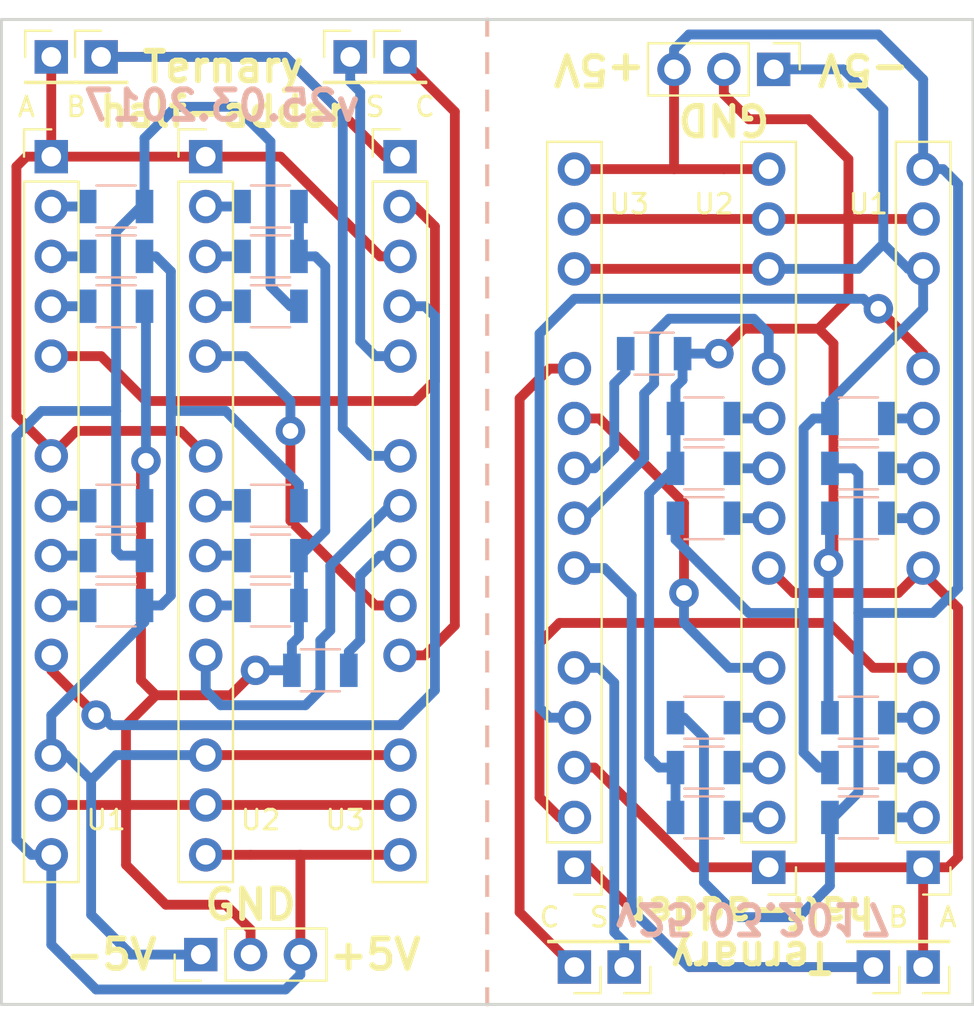
<source format=kicad_pcb>
(kicad_pcb (version 4) (host pcbnew 4.0.5)

  (general
    (links 120)
    (no_connects 24)
    (area 76.124999 97.201666 125.805001 152.353333)
    (thickness 1.6)
    (drawings 20)
    (tracks 330)
    (zones 0)
    (modules 68)
    (nets 25)
  )

  (page A4)
  (layers
    (0 F.Cu signal)
    (31 B.Cu signal)
    (32 B.Adhes user)
    (33 F.Adhes user)
    (34 B.Paste user)
    (35 F.Paste user)
    (36 B.SilkS user)
    (37 F.SilkS user)
    (38 B.Mask user)
    (39 F.Mask user)
    (40 Dwgs.User user)
    (41 Cmts.User user)
    (42 Eco1.User user)
    (43 Eco2.User user)
    (44 Edge.Cuts user)
    (45 Margin user)
    (46 B.CrtYd user)
    (47 F.CrtYd user)
    (48 B.Fab user)
    (49 F.Fab user)
  )

  (setup
    (last_trace_width 0.5)
    (trace_clearance 0.2)
    (zone_clearance 0.508)
    (zone_45_only no)
    (trace_min 0.2)
    (segment_width 0.2)
    (edge_width 0.15)
    (via_size 1.5)
    (via_drill 0.8)
    (via_min_size 0.4)
    (via_min_drill 0.3)
    (uvia_size 0.3)
    (uvia_drill 0.1)
    (uvias_allowed no)
    (uvia_min_size 0.2)
    (uvia_min_drill 0.1)
    (pcb_text_width 0.3)
    (pcb_text_size 1.5 1.5)
    (mod_edge_width 0.15)
    (mod_text_size 1 1)
    (mod_text_width 0.15)
    (pad_size 1.524 1.524)
    (pad_drill 0.762)
    (pad_to_mask_clearance 0.2)
    (aux_axis_origin 0 0)
    (visible_elements 7FFFFFFF)
    (pcbplotparams
      (layerselection 0x010f0_80000001)
      (usegerberextensions true)
      (excludeedgelayer true)
      (linewidth 0.100000)
      (plotframeref false)
      (viasonmask false)
      (mode 1)
      (useauxorigin false)
      (hpglpennumber 1)
      (hpglpenspeed 20)
      (hpglpendiameter 15)
      (hpglpenoverlay 2)
      (psnegative false)
      (psa4output false)
      (plotreference true)
      (plotvalue true)
      (plotinvisibletext false)
      (padsonsilk false)
      (subtractmaskfromsilk false)
      (outputformat 1)
      (mirror false)
      (drillshape 0)
      (scaleselection 1)
      (outputdirectory Z:/home/ssloy/+/diycnc/trimux/half-adder/half-adder/plot/))
  )

  (net 0 "")
  (net 1 /B)
  (net 2 /A)
  (net 3 /C)
  (net 4 /S)
  (net 5 -5V)
  (net 6 GNDREF)
  (net 7 +5V)
  (net 8 "Net-(R1-Pad1)")
  (net 9 "Net-(R2-Pad1)")
  (net 10 "Net-(R3-Pad1)")
  (net 11 "Net-(R4-Pad1)")
  (net 12 "Net-(R5-Pad1)")
  (net 13 "Net-(R6-Pad1)")
  (net 14 "Net-(R7-Pad1)")
  (net 15 "Net-(R8-Pad1)")
  (net 16 "Net-(R9-Pad1)")
  (net 17 "Net-(R10-Pad1)")
  (net 18 "Net-(R11-Pad1)")
  (net 19 "Net-(R12-Pad1)")
  (net 20 "Net-(R13-Pad1)")
  (net 21 /A-1)
  (net 22 /A+1)
  (net 23 "/max(A,0)")
  (net 24 "/min(A,0)")

  (net_class Default "This is the default net class."
    (clearance 0.2)
    (trace_width 0.5)
    (via_dia 1.5)
    (via_drill 0.8)
    (uvia_dia 0.3)
    (uvia_drill 0.1)
    (add_net +5V)
    (add_net -5V)
    (add_net /A)
    (add_net /A+1)
    (add_net /A-1)
    (add_net /B)
    (add_net /C)
    (add_net /S)
    (add_net "/max(A,0)")
    (add_net "/min(A,0)")
    (add_net GNDREF)
    (add_net "Net-(R1-Pad1)")
    (add_net "Net-(R10-Pad1)")
    (add_net "Net-(R11-Pad1)")
    (add_net "Net-(R12-Pad1)")
    (add_net "Net-(R13-Pad1)")
    (add_net "Net-(R2-Pad1)")
    (add_net "Net-(R3-Pad1)")
    (add_net "Net-(R4-Pad1)")
    (add_net "Net-(R5-Pad1)")
    (add_net "Net-(R6-Pad1)")
    (add_net "Net-(R7-Pad1)")
    (add_net "Net-(R8-Pad1)")
    (add_net "Net-(R9-Pad1)")
  )

  (module trimux:SolderWirePad_single_0-8mmDrill (layer F.Cu) (tedit 58AA0E81) (tstamp 58D692BE)
    (at 100.965 133.35)
    (descr "Mesurement Point, Square, Trough Hole,  DM 1.5mm, Drill 0.8mm,")
    (tags "Mesurement Point Round Trough Hole 1.5mm Drill 0.8mm")
    (attr virtual)
    (fp_text reference "" (at 0 -2) (layer F.SilkS)
      (effects (font (size 1 1) (thickness 0.15)))
    )
    (fp_text value "" (at 0 2) (layer F.Fab)
      (effects (font (size 1 1) (thickness 0.15)))
    )
    (fp_circle (center 0 0) (end 1 0) (layer F.CrtYd) (width 0.05))
    (pad "" np_thru_hole circle (at 0 0) (size 0.8 0.8) (drill 0.8) (layers *.Cu *.Mask))
  )

  (module trimux:SolderWirePad_single_0-8mmDrill (layer F.Cu) (tedit 58AA0E81) (tstamp 58D692B9)
    (at 100.965 131.445)
    (descr "Mesurement Point, Square, Trough Hole,  DM 1.5mm, Drill 0.8mm,")
    (tags "Mesurement Point Round Trough Hole 1.5mm Drill 0.8mm")
    (attr virtual)
    (fp_text reference "" (at 0 -2) (layer F.SilkS)
      (effects (font (size 1 1) (thickness 0.15)))
    )
    (fp_text value "" (at 0 2) (layer F.Fab)
      (effects (font (size 1 1) (thickness 0.15)))
    )
    (fp_circle (center 0 0) (end 1 0) (layer F.CrtYd) (width 0.05))
    (pad "" np_thru_hole circle (at 0 0) (size 0.8 0.8) (drill 0.8) (layers *.Cu *.Mask))
  )

  (module trimux:SolderWirePad_single_0-8mmDrill (layer F.Cu) (tedit 58AA0E81) (tstamp 58D692B4)
    (at 100.965 135.255)
    (descr "Mesurement Point, Square, Trough Hole,  DM 1.5mm, Drill 0.8mm,")
    (tags "Mesurement Point Round Trough Hole 1.5mm Drill 0.8mm")
    (attr virtual)
    (fp_text reference "" (at 0 -2) (layer F.SilkS)
      (effects (font (size 1 1) (thickness 0.15)))
    )
    (fp_text value "" (at 0 2) (layer F.Fab)
      (effects (font (size 1 1) (thickness 0.15)))
    )
    (fp_circle (center 0 0) (end 1 0) (layer F.CrtYd) (width 0.05))
    (pad "" np_thru_hole circle (at 0 0) (size 0.8 0.8) (drill 0.8) (layers *.Cu *.Mask))
  )

  (module trimux:SolderWirePad_single_0-8mmDrill (layer F.Cu) (tedit 58AA0E81) (tstamp 58D692AF)
    (at 100.965 137.16)
    (descr "Mesurement Point, Square, Trough Hole,  DM 1.5mm, Drill 0.8mm,")
    (tags "Mesurement Point Round Trough Hole 1.5mm Drill 0.8mm")
    (attr virtual)
    (fp_text reference "" (at 0 -2) (layer F.SilkS)
      (effects (font (size 1 1) (thickness 0.15)))
    )
    (fp_text value "" (at 0 2) (layer F.Fab)
      (effects (font (size 1 1) (thickness 0.15)))
    )
    (fp_circle (center 0 0) (end 1 0) (layer F.CrtYd) (width 0.05))
    (pad "" np_thru_hole circle (at 0 0) (size 0.8 0.8) (drill 0.8) (layers *.Cu *.Mask))
  )

  (module trimux:SolderWirePad_single_0-8mmDrill (layer F.Cu) (tedit 58AA0E81) (tstamp 58D692AA)
    (at 100.965 144.78)
    (descr "Mesurement Point, Square, Trough Hole,  DM 1.5mm, Drill 0.8mm,")
    (tags "Mesurement Point Round Trough Hole 1.5mm Drill 0.8mm")
    (attr virtual)
    (fp_text reference "" (at 0 -2) (layer F.SilkS)
      (effects (font (size 1 1) (thickness 0.15)))
    )
    (fp_text value "" (at 0 2) (layer F.Fab)
      (effects (font (size 1 1) (thickness 0.15)))
    )
    (fp_circle (center 0 0) (end 1 0) (layer F.CrtYd) (width 0.05))
    (pad "" np_thru_hole circle (at 0 0) (size 0.8 0.8) (drill 0.8) (layers *.Cu *.Mask))
  )

  (module trimux:SolderWirePad_single_0-8mmDrill (layer F.Cu) (tedit 58AA0E81) (tstamp 58D692A5)
    (at 100.965 142.875)
    (descr "Mesurement Point, Square, Trough Hole,  DM 1.5mm, Drill 0.8mm,")
    (tags "Mesurement Point Round Trough Hole 1.5mm Drill 0.8mm")
    (attr virtual)
    (fp_text reference "" (at 0 -2) (layer F.SilkS)
      (effects (font (size 1 1) (thickness 0.15)))
    )
    (fp_text value "" (at 0 2) (layer F.Fab)
      (effects (font (size 1 1) (thickness 0.15)))
    )
    (fp_circle (center 0 0) (end 1 0) (layer F.CrtYd) (width 0.05))
    (pad "" np_thru_hole circle (at 0 0) (size 0.8 0.8) (drill 0.8) (layers *.Cu *.Mask))
  )

  (module trimux:SolderWirePad_single_0-8mmDrill (layer F.Cu) (tedit 58AA0E81) (tstamp 58D692A0)
    (at 100.965 139.065)
    (descr "Mesurement Point, Square, Trough Hole,  DM 1.5mm, Drill 0.8mm,")
    (tags "Mesurement Point Round Trough Hole 1.5mm Drill 0.8mm")
    (attr virtual)
    (fp_text reference "" (at 0 -2) (layer F.SilkS)
      (effects (font (size 1 1) (thickness 0.15)))
    )
    (fp_text value "" (at 0 2) (layer F.Fab)
      (effects (font (size 1 1) (thickness 0.15)))
    )
    (fp_circle (center 0 0) (end 1 0) (layer F.CrtYd) (width 0.05))
    (pad "" np_thru_hole circle (at 0 0) (size 0.8 0.8) (drill 0.8) (layers *.Cu *.Mask))
  )

  (module trimux:SolderWirePad_single_0-8mmDrill (layer F.Cu) (tedit 58AA0E81) (tstamp 58D6929B)
    (at 100.965 140.97)
    (descr "Mesurement Point, Square, Trough Hole,  DM 1.5mm, Drill 0.8mm,")
    (tags "Mesurement Point Round Trough Hole 1.5mm Drill 0.8mm")
    (attr virtual)
    (fp_text reference "" (at 0 -2) (layer F.SilkS)
      (effects (font (size 1 1) (thickness 0.15)))
    )
    (fp_text value "" (at 0 2) (layer F.Fab)
      (effects (font (size 1 1) (thickness 0.15)))
    )
    (fp_circle (center 0 0) (end 1 0) (layer F.CrtYd) (width 0.05))
    (pad "" np_thru_hole circle (at 0 0) (size 0.8 0.8) (drill 0.8) (layers *.Cu *.Mask))
  )

  (module trimux:SolderWirePad_single_0-8mmDrill (layer F.Cu) (tedit 58AA0E81) (tstamp 58D69278)
    (at 100.965 146.685)
    (descr "Mesurement Point, Square, Trough Hole,  DM 1.5mm, Drill 0.8mm,")
    (tags "Mesurement Point Round Trough Hole 1.5mm Drill 0.8mm")
    (attr virtual)
    (fp_text reference "" (at 0 -2) (layer F.SilkS)
      (effects (font (size 1 1) (thickness 0.15)))
    )
    (fp_text value "" (at 0 2) (layer F.Fab)
      (effects (font (size 1 1) (thickness 0.15)))
    )
    (fp_circle (center 0 0) (end 1 0) (layer F.CrtYd) (width 0.05))
    (pad "" np_thru_hole circle (at 0 0) (size 0.8 0.8) (drill 0.8) (layers *.Cu *.Mask))
  )

  (module trimux:SolderWirePad_single_0-8mmDrill (layer F.Cu) (tedit 58AA0E81) (tstamp 58D69273)
    (at 100.965 148.59)
    (descr "Mesurement Point, Square, Trough Hole,  DM 1.5mm, Drill 0.8mm,")
    (tags "Mesurement Point Round Trough Hole 1.5mm Drill 0.8mm")
    (attr virtual)
    (fp_text reference "" (at 0 -2) (layer F.SilkS)
      (effects (font (size 1 1) (thickness 0.15)))
    )
    (fp_text value "" (at 0 2) (layer F.Fab)
      (effects (font (size 1 1) (thickness 0.15)))
    )
    (fp_circle (center 0 0) (end 1 0) (layer F.CrtYd) (width 0.05))
    (pad "" np_thru_hole circle (at 0 0) (size 0.8 0.8) (drill 0.8) (layers *.Cu *.Mask))
  )

  (module trimux:SolderWirePad_single_0-8mmDrill (layer F.Cu) (tedit 58AA0E81) (tstamp 58D6926E)
    (at 100.965 118.11)
    (descr "Mesurement Point, Square, Trough Hole,  DM 1.5mm, Drill 0.8mm,")
    (tags "Mesurement Point Round Trough Hole 1.5mm Drill 0.8mm")
    (attr virtual)
    (fp_text reference "" (at 0 -2) (layer F.SilkS)
      (effects (font (size 1 1) (thickness 0.15)))
    )
    (fp_text value "" (at 0 2) (layer F.Fab)
      (effects (font (size 1 1) (thickness 0.15)))
    )
    (fp_circle (center 0 0) (end 1 0) (layer F.CrtYd) (width 0.05))
    (pad "" np_thru_hole circle (at 0 0) (size 0.8 0.8) (drill 0.8) (layers *.Cu *.Mask))
  )

  (module trimux:SolderWirePad_single_0-8mmDrill (layer F.Cu) (tedit 58AA0E81) (tstamp 58D69269)
    (at 100.965 116.205)
    (descr "Mesurement Point, Square, Trough Hole,  DM 1.5mm, Drill 0.8mm,")
    (tags "Mesurement Point Round Trough Hole 1.5mm Drill 0.8mm")
    (attr virtual)
    (fp_text reference "" (at 0 -2) (layer F.SilkS)
      (effects (font (size 1 1) (thickness 0.15)))
    )
    (fp_text value "" (at 0 2) (layer F.Fab)
      (effects (font (size 1 1) (thickness 0.15)))
    )
    (fp_circle (center 0 0) (end 1 0) (layer F.CrtYd) (width 0.05))
    (pad "" np_thru_hole circle (at 0 0) (size 0.8 0.8) (drill 0.8) (layers *.Cu *.Mask))
  )

  (module trimux:SolderWirePad_single_0-8mmDrill (layer F.Cu) (tedit 58AA0E81) (tstamp 58D69264)
    (at 100.965 120.015)
    (descr "Mesurement Point, Square, Trough Hole,  DM 1.5mm, Drill 0.8mm,")
    (tags "Mesurement Point Round Trough Hole 1.5mm Drill 0.8mm")
    (attr virtual)
    (fp_text reference "" (at 0 -2) (layer F.SilkS)
      (effects (font (size 1 1) (thickness 0.15)))
    )
    (fp_text value "" (at 0 2) (layer F.Fab)
      (effects (font (size 1 1) (thickness 0.15)))
    )
    (fp_circle (center 0 0) (end 1 0) (layer F.CrtYd) (width 0.05))
    (pad "" np_thru_hole circle (at 0 0) (size 0.8 0.8) (drill 0.8) (layers *.Cu *.Mask))
  )

  (module trimux:SolderWirePad_single_0-8mmDrill (layer F.Cu) (tedit 58AA0E81) (tstamp 58D6925F)
    (at 100.965 121.92)
    (descr "Mesurement Point, Square, Trough Hole,  DM 1.5mm, Drill 0.8mm,")
    (tags "Mesurement Point Round Trough Hole 1.5mm Drill 0.8mm")
    (attr virtual)
    (fp_text reference "" (at 0 -2) (layer F.SilkS)
      (effects (font (size 1 1) (thickness 0.15)))
    )
    (fp_text value "" (at 0 2) (layer F.Fab)
      (effects (font (size 1 1) (thickness 0.15)))
    )
    (fp_circle (center 0 0) (end 1 0) (layer F.CrtYd) (width 0.05))
    (pad "" np_thru_hole circle (at 0 0) (size 0.8 0.8) (drill 0.8) (layers *.Cu *.Mask))
  )

  (module trimux:SolderWirePad_single_0-8mmDrill (layer F.Cu) (tedit 58AA0E81) (tstamp 58D6925A)
    (at 100.965 129.54)
    (descr "Mesurement Point, Square, Trough Hole,  DM 1.5mm, Drill 0.8mm,")
    (tags "Mesurement Point Round Trough Hole 1.5mm Drill 0.8mm")
    (attr virtual)
    (fp_text reference "" (at 0 -2) (layer F.SilkS)
      (effects (font (size 1 1) (thickness 0.15)))
    )
    (fp_text value "" (at 0 2) (layer F.Fab)
      (effects (font (size 1 1) (thickness 0.15)))
    )
    (fp_circle (center 0 0) (end 1 0) (layer F.CrtYd) (width 0.05))
    (pad "" np_thru_hole circle (at 0 0) (size 0.8 0.8) (drill 0.8) (layers *.Cu *.Mask))
  )

  (module trimux:SolderWirePad_single_0-8mmDrill (layer F.Cu) (tedit 58AA0E81) (tstamp 58D69255)
    (at 100.965 127.635)
    (descr "Mesurement Point, Square, Trough Hole,  DM 1.5mm, Drill 0.8mm,")
    (tags "Mesurement Point Round Trough Hole 1.5mm Drill 0.8mm")
    (attr virtual)
    (fp_text reference "" (at 0 -2) (layer F.SilkS)
      (effects (font (size 1 1) (thickness 0.15)))
    )
    (fp_text value "" (at 0 2) (layer F.Fab)
      (effects (font (size 1 1) (thickness 0.15)))
    )
    (fp_circle (center 0 0) (end 1 0) (layer F.CrtYd) (width 0.05))
    (pad "" np_thru_hole circle (at 0 0) (size 0.8 0.8) (drill 0.8) (layers *.Cu *.Mask))
  )

  (module trimux:SolderWirePad_single_0-8mmDrill (layer F.Cu) (tedit 58AA0E81) (tstamp 58D69250)
    (at 100.965 123.825)
    (descr "Mesurement Point, Square, Trough Hole,  DM 1.5mm, Drill 0.8mm,")
    (tags "Mesurement Point Round Trough Hole 1.5mm Drill 0.8mm")
    (attr virtual)
    (fp_text reference "" (at 0 -2) (layer F.SilkS)
      (effects (font (size 1 1) (thickness 0.15)))
    )
    (fp_text value "" (at 0 2) (layer F.Fab)
      (effects (font (size 1 1) (thickness 0.15)))
    )
    (fp_circle (center 0 0) (end 1 0) (layer F.CrtYd) (width 0.05))
    (pad "" np_thru_hole circle (at 0 0) (size 0.8 0.8) (drill 0.8) (layers *.Cu *.Mask))
  )

  (module trimux:SolderWirePad_single_0-8mmDrill (layer F.Cu) (tedit 58AA0E81) (tstamp 58D6924B)
    (at 100.965 125.73)
    (descr "Mesurement Point, Square, Trough Hole,  DM 1.5mm, Drill 0.8mm,")
    (tags "Mesurement Point Round Trough Hole 1.5mm Drill 0.8mm")
    (attr virtual)
    (fp_text reference "" (at 0 -2) (layer F.SilkS)
      (effects (font (size 1 1) (thickness 0.15)))
    )
    (fp_text value "" (at 0 2) (layer F.Fab)
      (effects (font (size 1 1) (thickness 0.15)))
    )
    (fp_circle (center 0 0) (end 1 0) (layer F.CrtYd) (width 0.05))
    (pad "" np_thru_hole circle (at 0 0) (size 0.8 0.8) (drill 0.8) (layers *.Cu *.Mask))
  )

  (module trimux:SolderWirePad_single_0-8mmDrill (layer F.Cu) (tedit 58AA0E81) (tstamp 58D69246)
    (at 100.965 110.49)
    (descr "Mesurement Point, Square, Trough Hole,  DM 1.5mm, Drill 0.8mm,")
    (tags "Mesurement Point Round Trough Hole 1.5mm Drill 0.8mm")
    (attr virtual)
    (fp_text reference "" (at 0 -2) (layer F.SilkS)
      (effects (font (size 1 1) (thickness 0.15)))
    )
    (fp_text value "" (at 0 2) (layer F.Fab)
      (effects (font (size 1 1) (thickness 0.15)))
    )
    (fp_circle (center 0 0) (end 1 0) (layer F.CrtYd) (width 0.05))
    (pad "" np_thru_hole circle (at 0 0) (size 0.8 0.8) (drill 0.8) (layers *.Cu *.Mask))
  )

  (module trimux:SolderWirePad_single_0-8mmDrill (layer F.Cu) (tedit 58AA0E81) (tstamp 58D69241)
    (at 100.965 108.585)
    (descr "Mesurement Point, Square, Trough Hole,  DM 1.5mm, Drill 0.8mm,")
    (tags "Mesurement Point Round Trough Hole 1.5mm Drill 0.8mm")
    (attr virtual)
    (fp_text reference "" (at 0 -2) (layer F.SilkS)
      (effects (font (size 1 1) (thickness 0.15)))
    )
    (fp_text value "" (at 0 2) (layer F.Fab)
      (effects (font (size 1 1) (thickness 0.15)))
    )
    (fp_circle (center 0 0) (end 1 0) (layer F.CrtYd) (width 0.05))
    (pad "" np_thru_hole circle (at 0 0) (size 0.8 0.8) (drill 0.8) (layers *.Cu *.Mask))
  )

  (module trimux:SolderWirePad_single_0-8mmDrill (layer F.Cu) (tedit 58AA0E81) (tstamp 58D6923C)
    (at 100.965 112.395)
    (descr "Mesurement Point, Square, Trough Hole,  DM 1.5mm, Drill 0.8mm,")
    (tags "Mesurement Point Round Trough Hole 1.5mm Drill 0.8mm")
    (attr virtual)
    (fp_text reference "" (at 0 -2) (layer F.SilkS)
      (effects (font (size 1 1) (thickness 0.15)))
    )
    (fp_text value "" (at 0 2) (layer F.Fab)
      (effects (font (size 1 1) (thickness 0.15)))
    )
    (fp_circle (center 0 0) (end 1 0) (layer F.CrtYd) (width 0.05))
    (pad "" np_thru_hole circle (at 0 0) (size 0.8 0.8) (drill 0.8) (layers *.Cu *.Mask))
  )

  (module trimux:SolderWirePad_single_0-8mmDrill (layer F.Cu) (tedit 58AA0E81) (tstamp 58D69237)
    (at 100.965 114.3)
    (descr "Mesurement Point, Square, Trough Hole,  DM 1.5mm, Drill 0.8mm,")
    (tags "Mesurement Point Round Trough Hole 1.5mm Drill 0.8mm")
    (attr virtual)
    (fp_text reference "" (at 0 -2) (layer F.SilkS)
      (effects (font (size 1 1) (thickness 0.15)))
    )
    (fp_text value "" (at 0 2) (layer F.Fab)
      (effects (font (size 1 1) (thickness 0.15)))
    )
    (fp_circle (center 0 0) (end 1 0) (layer F.CrtYd) (width 0.05))
    (pad "" np_thru_hole circle (at 0 0) (size 0.8 0.8) (drill 0.8) (layers *.Cu *.Mask))
  )

  (module trimux:SolderWirePad_single_0-8mmDrill (layer F.Cu) (tedit 58AA0E81) (tstamp 58D69232)
    (at 100.965 106.68)
    (descr "Mesurement Point, Square, Trough Hole,  DM 1.5mm, Drill 0.8mm,")
    (tags "Mesurement Point Round Trough Hole 1.5mm Drill 0.8mm")
    (attr virtual)
    (fp_text reference "" (at 0 -2) (layer F.SilkS)
      (effects (font (size 1 1) (thickness 0.15)))
    )
    (fp_text value "" (at 0 2) (layer F.Fab)
      (effects (font (size 1 1) (thickness 0.15)))
    )
    (fp_circle (center 0 0) (end 1 0) (layer F.CrtYd) (width 0.05))
    (pad "" np_thru_hole circle (at 0 0) (size 0.8 0.8) (drill 0.8) (layers *.Cu *.Mask))
  )

  (module trimux:SolderWirePad_single_0-8mmDrill (layer F.Cu) (tedit 58AA0E81) (tstamp 58D6922D)
    (at 100.965 104.775)
    (descr "Mesurement Point, Square, Trough Hole,  DM 1.5mm, Drill 0.8mm,")
    (tags "Mesurement Point Round Trough Hole 1.5mm Drill 0.8mm")
    (attr virtual)
    (fp_text reference "" (at 0 -2) (layer F.SilkS)
      (effects (font (size 1 1) (thickness 0.15)))
    )
    (fp_text value "" (at 0 2) (layer F.Fab)
      (effects (font (size 1 1) (thickness 0.15)))
    )
    (fp_circle (center 0 0) (end 1 0) (layer F.CrtYd) (width 0.05))
    (pad "" np_thru_hole circle (at 0 0) (size 0.8 0.8) (drill 0.8) (layers *.Cu *.Mask))
  )

  (module trimux:SolderWirePad_single_0-8mmDrill (layer F.Cu) (tedit 58AA0E81) (tstamp 58D69164)
    (at 100.965 100.965)
    (descr "Mesurement Point, Square, Trough Hole,  DM 1.5mm, Drill 0.8mm,")
    (tags "Mesurement Point Round Trough Hole 1.5mm Drill 0.8mm")
    (attr virtual)
    (fp_text reference "" (at 0 -2) (layer F.SilkS)
      (effects (font (size 1 1) (thickness 0.15)))
    )
    (fp_text value "" (at 0 2) (layer F.Fab)
      (effects (font (size 1 1) (thickness 0.15)))
    )
    (fp_circle (center 0 0) (end 1 0) (layer F.CrtYd) (width 0.05))
    (pad "" np_thru_hole circle (at 0 0) (size 0.8 0.8) (drill 0.8) (layers *.Cu *.Mask))
  )

  (module Resistors_SMD:R_1206 (layer B.Cu) (tedit 58D66950) (tstamp 58D68BFD)
    (at 119.888 120.015 180)
    (descr "Resistor SMD 1206, reflow soldering, Vishay (see dcrcw.pdf)")
    (tags "resistor 1206")
    (path /58D67272)
    (attr smd)
    (fp_text reference R11 (at 0 1.85 180) (layer B.SilkS) hide
      (effects (font (size 1 1) (thickness 0.15)) (justify mirror))
    )
    (fp_text value 150 (at 0 0 180) (layer B.Fab)
      (effects (font (size 1 1) (thickness 0.15)) (justify mirror))
    )
    (fp_text user %R (at 0 1.85 180) (layer B.Fab) hide
      (effects (font (size 1 1) (thickness 0.15)) (justify mirror))
    )
    (fp_line (start -1.6 -0.8) (end -1.6 0.8) (layer B.Fab) (width 0.1))
    (fp_line (start 1.6 -0.8) (end -1.6 -0.8) (layer B.Fab) (width 0.1))
    (fp_line (start 1.6 0.8) (end 1.6 -0.8) (layer B.Fab) (width 0.1))
    (fp_line (start -1.6 0.8) (end 1.6 0.8) (layer B.Fab) (width 0.1))
    (fp_line (start 1 -1.07) (end -1 -1.07) (layer B.SilkS) (width 0.12))
    (fp_line (start -1 1.07) (end 1 1.07) (layer B.SilkS) (width 0.12))
    (fp_line (start -2.15 1.11) (end 2.15 1.11) (layer B.CrtYd) (width 0.05))
    (fp_line (start -2.15 1.11) (end -2.15 -1.1) (layer B.CrtYd) (width 0.05))
    (fp_line (start 2.15 -1.1) (end 2.15 1.11) (layer B.CrtYd) (width 0.05))
    (fp_line (start 2.15 -1.1) (end -2.15 -1.1) (layer B.CrtYd) (width 0.05))
    (pad 1 smd rect (at -1.45 0 180) (size 0.9 1.7) (layers B.Cu B.Paste B.Mask)
      (net 18 "Net-(R11-Pad1)"))
    (pad 2 smd rect (at 1.45 0 180) (size 0.9 1.7) (layers B.Cu B.Paste B.Mask)
      (net 5 -5V))
    (model Resistors_SMD.3dshapes/R_1206.wrl
      (at (xyz 0 0 0))
      (scale (xyz 1 1 1))
      (rotate (xyz 0 0 0))
    )
  )

  (module Resistors_SMD:R_1206 (layer B.Cu) (tedit 58D66959) (tstamp 58D68BED)
    (at 119.888 122.555 180)
    (descr "Resistor SMD 1206, reflow soldering, Vishay (see dcrcw.pdf)")
    (tags "resistor 1206")
    (path /58D6726B)
    (attr smd)
    (fp_text reference R9 (at 0 0.254 180) (layer B.SilkS) hide
      (effects (font (size 1 1) (thickness 0.15)) (justify mirror))
    )
    (fp_text value 150 (at 0 0 180) (layer B.Fab)
      (effects (font (size 1 1) (thickness 0.15)) (justify mirror))
    )
    (fp_text user %R (at 0 0.254 180) (layer B.Fab) hide
      (effects (font (size 1 1) (thickness 0.15)) (justify mirror))
    )
    (fp_line (start -1.6 -0.8) (end -1.6 0.8) (layer B.Fab) (width 0.1))
    (fp_line (start 1.6 -0.8) (end -1.6 -0.8) (layer B.Fab) (width 0.1))
    (fp_line (start 1.6 0.8) (end 1.6 -0.8) (layer B.Fab) (width 0.1))
    (fp_line (start -1.6 0.8) (end 1.6 0.8) (layer B.Fab) (width 0.1))
    (fp_line (start 1 -1.07) (end -1 -1.07) (layer B.SilkS) (width 0.12))
    (fp_line (start -1 1.07) (end 1 1.07) (layer B.SilkS) (width 0.12))
    (fp_line (start -2.15 1.11) (end 2.15 1.11) (layer B.CrtYd) (width 0.05))
    (fp_line (start -2.15 1.11) (end -2.15 -1.1) (layer B.CrtYd) (width 0.05))
    (fp_line (start 2.15 -1.1) (end 2.15 1.11) (layer B.CrtYd) (width 0.05))
    (fp_line (start 2.15 -1.1) (end -2.15 -1.1) (layer B.CrtYd) (width 0.05))
    (pad 1 smd rect (at -1.45 0 180) (size 0.9 1.7) (layers B.Cu B.Paste B.Mask)
      (net 16 "Net-(R9-Pad1)"))
    (pad 2 smd rect (at 1.45 0 180) (size 0.9 1.7) (layers B.Cu B.Paste B.Mask)
      (net 7 +5V))
    (model Resistors_SMD.3dshapes/R_1206.wrl
      (at (xyz 0 0 0))
      (scale (xyz 1 1 1))
      (rotate (xyz 0 0 0))
    )
  )

  (module Resistors_SMD:R_1206 (layer B.Cu) (tedit 58D668E7) (tstamp 58D68BDD)
    (at 119.888 125.095 180)
    (descr "Resistor SMD 1206, reflow soldering, Vishay (see dcrcw.pdf)")
    (tags "resistor 1206")
    (path /58D67264)
    (attr smd)
    (fp_text reference R7 (at 0 -1.524 180) (layer B.SilkS) hide
      (effects (font (size 1 1) (thickness 0.15)) (justify mirror))
    )
    (fp_text value 150 (at 0 0 180) (layer B.Fab)
      (effects (font (size 1 1) (thickness 0.15)) (justify mirror))
    )
    (fp_text user %R (at 0 -1.524 180) (layer B.Fab) hide
      (effects (font (size 1 1) (thickness 0.15)) (justify mirror))
    )
    (fp_line (start -1.6 -0.8) (end -1.6 0.8) (layer B.Fab) (width 0.1))
    (fp_line (start 1.6 -0.8) (end -1.6 -0.8) (layer B.Fab) (width 0.1))
    (fp_line (start 1.6 0.8) (end 1.6 -0.8) (layer B.Fab) (width 0.1))
    (fp_line (start -1.6 0.8) (end 1.6 0.8) (layer B.Fab) (width 0.1))
    (fp_line (start 1 -1.07) (end -1 -1.07) (layer B.SilkS) (width 0.12))
    (fp_line (start -1 1.07) (end 1 1.07) (layer B.SilkS) (width 0.12))
    (fp_line (start -2.15 1.11) (end 2.15 1.11) (layer B.CrtYd) (width 0.05))
    (fp_line (start -2.15 1.11) (end -2.15 -1.1) (layer B.CrtYd) (width 0.05))
    (fp_line (start 2.15 -1.1) (end 2.15 1.11) (layer B.CrtYd) (width 0.05))
    (fp_line (start 2.15 -1.1) (end -2.15 -1.1) (layer B.CrtYd) (width 0.05))
    (pad 1 smd rect (at -1.45 0 180) (size 0.9 1.7) (layers B.Cu B.Paste B.Mask)
      (net 14 "Net-(R7-Pad1)"))
    (pad 2 smd rect (at 1.45 0 180) (size 0.9 1.7) (layers B.Cu B.Paste B.Mask)
      (net 6 GNDREF))
    (model Resistors_SMD.3dshapes/R_1206.wrl
      (at (xyz 0 0 0))
      (scale (xyz 1 1 1))
      (rotate (xyz 0 0 0))
    )
  )

  (module Resistors_SMD:R_1206 (layer B.Cu) (tedit 58D669B4) (tstamp 58D68BCD)
    (at 112.014 135.255 180)
    (descr "Resistor SMD 1206, reflow soldering, Vishay (see dcrcw.pdf)")
    (tags "resistor 1206")
    (path /58D67287)
    (attr smd)
    (fp_text reference R6 (at 0 1.85 180) (layer B.SilkS) hide
      (effects (font (size 1 1) (thickness 0.15)) (justify mirror))
    )
    (fp_text value 150 (at 0 0 180) (layer B.Fab)
      (effects (font (size 1 1) (thickness 0.15)) (justify mirror))
    )
    (fp_text user %R (at 0 1.85 180) (layer B.Fab) hide
      (effects (font (size 1 1) (thickness 0.15)) (justify mirror))
    )
    (fp_line (start -1.6 -0.8) (end -1.6 0.8) (layer B.Fab) (width 0.1))
    (fp_line (start 1.6 -0.8) (end -1.6 -0.8) (layer B.Fab) (width 0.1))
    (fp_line (start 1.6 0.8) (end 1.6 -0.8) (layer B.Fab) (width 0.1))
    (fp_line (start -1.6 0.8) (end 1.6 0.8) (layer B.Fab) (width 0.1))
    (fp_line (start 1 -1.07) (end -1 -1.07) (layer B.SilkS) (width 0.12))
    (fp_line (start -1 1.07) (end 1 1.07) (layer B.SilkS) (width 0.12))
    (fp_line (start -2.15 1.11) (end 2.15 1.11) (layer B.CrtYd) (width 0.05))
    (fp_line (start -2.15 1.11) (end -2.15 -1.1) (layer B.CrtYd) (width 0.05))
    (fp_line (start 2.15 -1.1) (end 2.15 1.11) (layer B.CrtYd) (width 0.05))
    (fp_line (start 2.15 -1.1) (end -2.15 -1.1) (layer B.CrtYd) (width 0.05))
    (pad 1 smd rect (at -1.45 0 180) (size 0.9 1.7) (layers B.Cu B.Paste B.Mask)
      (net 13 "Net-(R6-Pad1)"))
    (pad 2 smd rect (at 1.45 0 180) (size 0.9 1.7) (layers B.Cu B.Paste B.Mask)
      (net 7 +5V))
    (model Resistors_SMD.3dshapes/R_1206.wrl
      (at (xyz 0 0 0))
      (scale (xyz 1 1 1))
      (rotate (xyz 0 0 0))
    )
  )

  (module Resistors_SMD:R_1206 (layer B.Cu) (tedit 58D669DC) (tstamp 58D68BBD)
    (at 119.888 135.255 180)
    (descr "Resistor SMD 1206, reflow soldering, Vishay (see dcrcw.pdf)")
    (tags "resistor 1206")
    (path /58D6725D)
    (attr smd)
    (fp_text reference R5 (at 0 1.85 180) (layer B.SilkS) hide
      (effects (font (size 1 1) (thickness 0.15)) (justify mirror))
    )
    (fp_text value 150 (at 0 0 180) (layer B.Fab)
      (effects (font (size 1 1) (thickness 0.15)) (justify mirror))
    )
    (fp_text user %R (at 0 1.85 180) (layer B.Fab) hide
      (effects (font (size 1 1) (thickness 0.15)) (justify mirror))
    )
    (fp_line (start -1.6 -0.8) (end -1.6 0.8) (layer B.Fab) (width 0.1))
    (fp_line (start 1.6 -0.8) (end -1.6 -0.8) (layer B.Fab) (width 0.1))
    (fp_line (start 1.6 0.8) (end 1.6 -0.8) (layer B.Fab) (width 0.1))
    (fp_line (start -1.6 0.8) (end 1.6 0.8) (layer B.Fab) (width 0.1))
    (fp_line (start 1 -1.07) (end -1 -1.07) (layer B.SilkS) (width 0.12))
    (fp_line (start -1 1.07) (end 1 1.07) (layer B.SilkS) (width 0.12))
    (fp_line (start -2.15 1.11) (end 2.15 1.11) (layer B.CrtYd) (width 0.05))
    (fp_line (start -2.15 1.11) (end -2.15 -1.1) (layer B.CrtYd) (width 0.05))
    (fp_line (start 2.15 -1.1) (end 2.15 1.11) (layer B.CrtYd) (width 0.05))
    (fp_line (start 2.15 -1.1) (end -2.15 -1.1) (layer B.CrtYd) (width 0.05))
    (pad 1 smd rect (at -1.45 0 180) (size 0.9 1.7) (layers B.Cu B.Paste B.Mask)
      (net 12 "Net-(R5-Pad1)"))
    (pad 2 smd rect (at 1.45 0 180) (size 0.9 1.7) (layers B.Cu B.Paste B.Mask)
      (net 6 GNDREF))
    (model Resistors_SMD.3dshapes/R_1206.wrl
      (at (xyz 0 0 0))
      (scale (xyz 1 1 1))
      (rotate (xyz 0 0 0))
    )
  )

  (module Resistors_SMD:R_1206 (layer B.Cu) (tedit 58D669B8) (tstamp 58D68BAD)
    (at 112.014 137.795 180)
    (descr "Resistor SMD 1206, reflow soldering, Vishay (see dcrcw.pdf)")
    (tags "resistor 1206")
    (path /58D67280)
    (attr smd)
    (fp_text reference R4 (at 0 1.85 180) (layer B.SilkS) hide
      (effects (font (size 1 1) (thickness 0.15)) (justify mirror))
    )
    (fp_text value 150 (at 0 0 180) (layer B.Fab)
      (effects (font (size 1 1) (thickness 0.15)) (justify mirror))
    )
    (fp_text user %R (at 0 1.85 180) (layer B.Fab) hide
      (effects (font (size 1 1) (thickness 0.15)) (justify mirror))
    )
    (fp_line (start -1.6 -0.8) (end -1.6 0.8) (layer B.Fab) (width 0.1))
    (fp_line (start 1.6 -0.8) (end -1.6 -0.8) (layer B.Fab) (width 0.1))
    (fp_line (start 1.6 0.8) (end 1.6 -0.8) (layer B.Fab) (width 0.1))
    (fp_line (start -1.6 0.8) (end 1.6 0.8) (layer B.Fab) (width 0.1))
    (fp_line (start 1 -1.07) (end -1 -1.07) (layer B.SilkS) (width 0.12))
    (fp_line (start -1 1.07) (end 1 1.07) (layer B.SilkS) (width 0.12))
    (fp_line (start -2.15 1.11) (end 2.15 1.11) (layer B.CrtYd) (width 0.05))
    (fp_line (start -2.15 1.11) (end -2.15 -1.1) (layer B.CrtYd) (width 0.05))
    (fp_line (start 2.15 -1.1) (end 2.15 1.11) (layer B.CrtYd) (width 0.05))
    (fp_line (start 2.15 -1.1) (end -2.15 -1.1) (layer B.CrtYd) (width 0.05))
    (pad 1 smd rect (at -1.45 0 180) (size 0.9 1.7) (layers B.Cu B.Paste B.Mask)
      (net 11 "Net-(R4-Pad1)"))
    (pad 2 smd rect (at 1.45 0 180) (size 0.9 1.7) (layers B.Cu B.Paste B.Mask)
      (net 6 GNDREF))
    (model Resistors_SMD.3dshapes/R_1206.wrl
      (at (xyz 0 0 0))
      (scale (xyz 1 1 1))
      (rotate (xyz 0 0 0))
    )
  )

  (module Resistors_SMD:R_1206 (layer B.Cu) (tedit 58D669DF) (tstamp 58D68B9D)
    (at 119.888 137.795 180)
    (descr "Resistor SMD 1206, reflow soldering, Vishay (see dcrcw.pdf)")
    (tags "resistor 1206")
    (path /58D67256)
    (attr smd)
    (fp_text reference R3 (at 0 1.85 180) (layer B.SilkS) hide
      (effects (font (size 1 1) (thickness 0.15)) (justify mirror))
    )
    (fp_text value 150 (at 0 0 180) (layer B.Fab)
      (effects (font (size 1 1) (thickness 0.15)) (justify mirror))
    )
    (fp_text user %R (at 0 1.85 180) (layer B.Fab) hide
      (effects (font (size 1 1) (thickness 0.15)) (justify mirror))
    )
    (fp_line (start -1.6 -0.8) (end -1.6 0.8) (layer B.Fab) (width 0.1))
    (fp_line (start 1.6 -0.8) (end -1.6 -0.8) (layer B.Fab) (width 0.1))
    (fp_line (start 1.6 0.8) (end 1.6 -0.8) (layer B.Fab) (width 0.1))
    (fp_line (start -1.6 0.8) (end 1.6 0.8) (layer B.Fab) (width 0.1))
    (fp_line (start 1 -1.07) (end -1 -1.07) (layer B.SilkS) (width 0.12))
    (fp_line (start -1 1.07) (end 1 1.07) (layer B.SilkS) (width 0.12))
    (fp_line (start -2.15 1.11) (end 2.15 1.11) (layer B.CrtYd) (width 0.05))
    (fp_line (start -2.15 1.11) (end -2.15 -1.1) (layer B.CrtYd) (width 0.05))
    (fp_line (start 2.15 -1.1) (end 2.15 1.11) (layer B.CrtYd) (width 0.05))
    (fp_line (start 2.15 -1.1) (end -2.15 -1.1) (layer B.CrtYd) (width 0.05))
    (pad 1 smd rect (at -1.45 0 180) (size 0.9 1.7) (layers B.Cu B.Paste B.Mask)
      (net 10 "Net-(R3-Pad1)"))
    (pad 2 smd rect (at 1.45 0 180) (size 0.9 1.7) (layers B.Cu B.Paste B.Mask)
      (net 5 -5V))
    (model Resistors_SMD.3dshapes/R_1206.wrl
      (at (xyz 0 0 0))
      (scale (xyz 1 1 1))
      (rotate (xyz 0 0 0))
    )
  )

  (module Resistors_SMD:R_1206 (layer B.Cu) (tedit 58D669BA) (tstamp 58D68B8D)
    (at 112.014 140.335 180)
    (descr "Resistor SMD 1206, reflow soldering, Vishay (see dcrcw.pdf)")
    (tags "resistor 1206")
    (path /58D67279)
    (attr smd)
    (fp_text reference R2 (at 0 1.85 180) (layer B.SilkS) hide
      (effects (font (size 1 1) (thickness 0.15)) (justify mirror))
    )
    (fp_text value 150 (at 0 0 180) (layer B.Fab)
      (effects (font (size 1 1) (thickness 0.15)) (justify mirror))
    )
    (fp_text user %R (at 0 1.85 180) (layer B.Fab) hide
      (effects (font (size 1 1) (thickness 0.15)) (justify mirror))
    )
    (fp_line (start -1.6 -0.8) (end -1.6 0.8) (layer B.Fab) (width 0.1))
    (fp_line (start 1.6 -0.8) (end -1.6 -0.8) (layer B.Fab) (width 0.1))
    (fp_line (start 1.6 0.8) (end 1.6 -0.8) (layer B.Fab) (width 0.1))
    (fp_line (start -1.6 0.8) (end 1.6 0.8) (layer B.Fab) (width 0.1))
    (fp_line (start 1 -1.07) (end -1 -1.07) (layer B.SilkS) (width 0.12))
    (fp_line (start -1 1.07) (end 1 1.07) (layer B.SilkS) (width 0.12))
    (fp_line (start -2.15 1.11) (end 2.15 1.11) (layer B.CrtYd) (width 0.05))
    (fp_line (start -2.15 1.11) (end -2.15 -1.1) (layer B.CrtYd) (width 0.05))
    (fp_line (start 2.15 -1.1) (end 2.15 1.11) (layer B.CrtYd) (width 0.05))
    (fp_line (start 2.15 -1.1) (end -2.15 -1.1) (layer B.CrtYd) (width 0.05))
    (pad 1 smd rect (at -1.45 0 180) (size 0.9 1.7) (layers B.Cu B.Paste B.Mask)
      (net 9 "Net-(R2-Pad1)"))
    (pad 2 smd rect (at 1.45 0 180) (size 0.9 1.7) (layers B.Cu B.Paste B.Mask)
      (net 6 GNDREF))
    (model Resistors_SMD.3dshapes/R_1206.wrl
      (at (xyz 0 0 0))
      (scale (xyz 1 1 1))
      (rotate (xyz 0 0 0))
    )
  )

  (module Resistors_SMD:R_1206 (layer B.Cu) (tedit 58D669E2) (tstamp 58D68B7D)
    (at 119.888 140.335 180)
    (descr "Resistor SMD 1206, reflow soldering, Vishay (see dcrcw.pdf)")
    (tags "resistor 1206")
    (path /58D67069)
    (attr smd)
    (fp_text reference R1 (at 0 1.85 180) (layer B.SilkS) hide
      (effects (font (size 1 1) (thickness 0.15)) (justify mirror))
    )
    (fp_text value 150 (at 0 0 180) (layer B.Fab)
      (effects (font (size 1 1) (thickness 0.15)) (justify mirror))
    )
    (fp_text user %R (at 0 1.85 180) (layer B.Fab) hide
      (effects (font (size 1 1) (thickness 0.15)) (justify mirror))
    )
    (fp_line (start -1.6 -0.8) (end -1.6 0.8) (layer B.Fab) (width 0.1))
    (fp_line (start 1.6 -0.8) (end -1.6 -0.8) (layer B.Fab) (width 0.1))
    (fp_line (start 1.6 0.8) (end 1.6 -0.8) (layer B.Fab) (width 0.1))
    (fp_line (start -1.6 0.8) (end 1.6 0.8) (layer B.Fab) (width 0.1))
    (fp_line (start 1 -1.07) (end -1 -1.07) (layer B.SilkS) (width 0.12))
    (fp_line (start -1 1.07) (end 1 1.07) (layer B.SilkS) (width 0.12))
    (fp_line (start -2.15 1.11) (end 2.15 1.11) (layer B.CrtYd) (width 0.05))
    (fp_line (start -2.15 1.11) (end -2.15 -1.1) (layer B.CrtYd) (width 0.05))
    (fp_line (start 2.15 -1.1) (end 2.15 1.11) (layer B.CrtYd) (width 0.05))
    (fp_line (start 2.15 -1.1) (end -2.15 -1.1) (layer B.CrtYd) (width 0.05))
    (pad 1 smd rect (at -1.45 0 180) (size 0.9 1.7) (layers B.Cu B.Paste B.Mask)
      (net 8 "Net-(R1-Pad1)"))
    (pad 2 smd rect (at 1.45 0 180) (size 0.9 1.7) (layers B.Cu B.Paste B.Mask)
      (net 7 +5V))
    (model Resistors_SMD.3dshapes/R_1206.wrl
      (at (xyz 0 0 0))
      (scale (xyz 1 1 1))
      (rotate (xyz 0 0 0))
    )
  )

  (module Resistors_SMD:R_1206 (layer B.Cu) (tedit 58D66925) (tstamp 58D68B6D)
    (at 112.014 120.015 180)
    (descr "Resistor SMD 1206, reflow soldering, Vishay (see dcrcw.pdf)")
    (tags "resistor 1206")
    (path /58D6729C)
    (attr smd)
    (fp_text reference R12 (at 0 1.85 180) (layer B.SilkS) hide
      (effects (font (size 1 1) (thickness 0.15)) (justify mirror))
    )
    (fp_text value 150 (at 0 0 180) (layer B.Fab)
      (effects (font (size 1 1) (thickness 0.15)) (justify mirror))
    )
    (fp_text user %R (at 0 1.85 180) (layer B.Fab) hide
      (effects (font (size 1 1) (thickness 0.15)) (justify mirror))
    )
    (fp_line (start -1.6 -0.8) (end -1.6 0.8) (layer B.Fab) (width 0.1))
    (fp_line (start 1.6 -0.8) (end -1.6 -0.8) (layer B.Fab) (width 0.1))
    (fp_line (start 1.6 0.8) (end 1.6 -0.8) (layer B.Fab) (width 0.1))
    (fp_line (start -1.6 0.8) (end 1.6 0.8) (layer B.Fab) (width 0.1))
    (fp_line (start 1 -1.07) (end -1 -1.07) (layer B.SilkS) (width 0.12))
    (fp_line (start -1 1.07) (end 1 1.07) (layer B.SilkS) (width 0.12))
    (fp_line (start -2.15 1.11) (end 2.15 1.11) (layer B.CrtYd) (width 0.05))
    (fp_line (start -2.15 1.11) (end -2.15 -1.1) (layer B.CrtYd) (width 0.05))
    (fp_line (start 2.15 -1.1) (end 2.15 1.11) (layer B.CrtYd) (width 0.05))
    (fp_line (start 2.15 -1.1) (end -2.15 -1.1) (layer B.CrtYd) (width 0.05))
    (pad 1 smd rect (at -1.45 0 180) (size 0.9 1.7) (layers B.Cu B.Paste B.Mask)
      (net 19 "Net-(R12-Pad1)"))
    (pad 2 smd rect (at 1.45 0 180) (size 0.9 1.7) (layers B.Cu B.Paste B.Mask)
      (net 6 GNDREF))
    (model Resistors_SMD.3dshapes/R_1206.wrl
      (at (xyz 0 0 0))
      (scale (xyz 1 1 1))
      (rotate (xyz 0 0 0))
    )
  )

  (module Resistors_SMD:R_1206 (layer B.Cu) (tedit 58D6691D) (tstamp 58D68B5D)
    (at 112.014 122.555 180)
    (descr "Resistor SMD 1206, reflow soldering, Vishay (see dcrcw.pdf)")
    (tags "resistor 1206")
    (path /58D67295)
    (attr smd)
    (fp_text reference R10 (at 0 1.85 180) (layer B.SilkS) hide
      (effects (font (size 1 1) (thickness 0.15)) (justify mirror))
    )
    (fp_text value 150 (at 0 0 180) (layer B.Fab)
      (effects (font (size 1 1) (thickness 0.15)) (justify mirror))
    )
    (fp_text user %R (at 0 1.85 180) (layer B.Fab) hide
      (effects (font (size 1 1) (thickness 0.15)) (justify mirror))
    )
    (fp_line (start -1.6 -0.8) (end -1.6 0.8) (layer B.Fab) (width 0.1))
    (fp_line (start 1.6 -0.8) (end -1.6 -0.8) (layer B.Fab) (width 0.1))
    (fp_line (start 1.6 0.8) (end 1.6 -0.8) (layer B.Fab) (width 0.1))
    (fp_line (start -1.6 0.8) (end 1.6 0.8) (layer B.Fab) (width 0.1))
    (fp_line (start 1 -1.07) (end -1 -1.07) (layer B.SilkS) (width 0.12))
    (fp_line (start -1 1.07) (end 1 1.07) (layer B.SilkS) (width 0.12))
    (fp_line (start -2.15 1.11) (end 2.15 1.11) (layer B.CrtYd) (width 0.05))
    (fp_line (start -2.15 1.11) (end -2.15 -1.1) (layer B.CrtYd) (width 0.05))
    (fp_line (start 2.15 -1.1) (end 2.15 1.11) (layer B.CrtYd) (width 0.05))
    (fp_line (start 2.15 -1.1) (end -2.15 -1.1) (layer B.CrtYd) (width 0.05))
    (pad 1 smd rect (at -1.45 0 180) (size 0.9 1.7) (layers B.Cu B.Paste B.Mask)
      (net 17 "Net-(R10-Pad1)"))
    (pad 2 smd rect (at 1.45 0 180) (size 0.9 1.7) (layers B.Cu B.Paste B.Mask)
      (net 6 GNDREF))
    (model Resistors_SMD.3dshapes/R_1206.wrl
      (at (xyz 0 0 0))
      (scale (xyz 1 1 1))
      (rotate (xyz 0 0 0))
    )
  )

  (module Resistors_SMD:R_1206 (layer B.Cu) (tedit 58D66910) (tstamp 58D68B4D)
    (at 112.014 125.095 180)
    (descr "Resistor SMD 1206, reflow soldering, Vishay (see dcrcw.pdf)")
    (tags "resistor 1206")
    (path /58D6728E)
    (attr smd)
    (fp_text reference R8 (at 0 1.85 180) (layer B.SilkS) hide
      (effects (font (size 1 1) (thickness 0.15)) (justify mirror))
    )
    (fp_text value 150 (at 0 0 180) (layer B.Fab)
      (effects (font (size 1 1) (thickness 0.15)) (justify mirror))
    )
    (fp_text user %R (at 0 1.85 180) (layer B.Fab) hide
      (effects (font (size 1 1) (thickness 0.15)) (justify mirror))
    )
    (fp_line (start -1.6 -0.8) (end -1.6 0.8) (layer B.Fab) (width 0.1))
    (fp_line (start 1.6 -0.8) (end -1.6 -0.8) (layer B.Fab) (width 0.1))
    (fp_line (start 1.6 0.8) (end 1.6 -0.8) (layer B.Fab) (width 0.1))
    (fp_line (start -1.6 0.8) (end 1.6 0.8) (layer B.Fab) (width 0.1))
    (fp_line (start 1 -1.07) (end -1 -1.07) (layer B.SilkS) (width 0.12))
    (fp_line (start -1 1.07) (end 1 1.07) (layer B.SilkS) (width 0.12))
    (fp_line (start -2.15 1.11) (end 2.15 1.11) (layer B.CrtYd) (width 0.05))
    (fp_line (start -2.15 1.11) (end -2.15 -1.1) (layer B.CrtYd) (width 0.05))
    (fp_line (start 2.15 -1.1) (end 2.15 1.11) (layer B.CrtYd) (width 0.05))
    (fp_line (start 2.15 -1.1) (end -2.15 -1.1) (layer B.CrtYd) (width 0.05))
    (pad 1 smd rect (at -1.45 0 180) (size 0.9 1.7) (layers B.Cu B.Paste B.Mask)
      (net 15 "Net-(R8-Pad1)"))
    (pad 2 smd rect (at 1.45 0 180) (size 0.9 1.7) (layers B.Cu B.Paste B.Mask)
      (net 5 -5V))
    (model Resistors_SMD.3dshapes/R_1206.wrl
      (at (xyz 0 0 0))
      (scale (xyz 1 1 1))
      (rotate (xyz 0 0 0))
    )
  )

  (module Resistors_SMD:R_1206 (layer B.Cu) (tedit 58D6692E) (tstamp 58D68B3D)
    (at 109.474 116.713)
    (descr "Resistor SMD 1206, reflow soldering, Vishay (see dcrcw.pdf)")
    (tags "resistor 1206")
    (path /58D6D4FD)
    (attr smd)
    (fp_text reference R13 (at 0 1.85) (layer B.SilkS) hide
      (effects (font (size 1 1) (thickness 0.15)) (justify mirror))
    )
    (fp_text value 150 (at 0 0) (layer B.Fab)
      (effects (font (size 1 1) (thickness 0.15)) (justify mirror))
    )
    (fp_text user %R (at 0 1.85) (layer B.Fab) hide
      (effects (font (size 1 1) (thickness 0.15)) (justify mirror))
    )
    (fp_line (start -1.6 -0.8) (end -1.6 0.8) (layer B.Fab) (width 0.1))
    (fp_line (start 1.6 -0.8) (end -1.6 -0.8) (layer B.Fab) (width 0.1))
    (fp_line (start 1.6 0.8) (end 1.6 -0.8) (layer B.Fab) (width 0.1))
    (fp_line (start -1.6 0.8) (end 1.6 0.8) (layer B.Fab) (width 0.1))
    (fp_line (start 1 -1.07) (end -1 -1.07) (layer B.SilkS) (width 0.12))
    (fp_line (start -1 1.07) (end 1 1.07) (layer B.SilkS) (width 0.12))
    (fp_line (start -2.15 1.11) (end 2.15 1.11) (layer B.CrtYd) (width 0.05))
    (fp_line (start -2.15 1.11) (end -2.15 -1.1) (layer B.CrtYd) (width 0.05))
    (fp_line (start 2.15 -1.1) (end 2.15 1.11) (layer B.CrtYd) (width 0.05))
    (fp_line (start 2.15 -1.1) (end -2.15 -1.1) (layer B.CrtYd) (width 0.05))
    (pad 1 smd rect (at -1.45 0) (size 0.9 1.7) (layers B.Cu B.Paste B.Mask)
      (net 20 "Net-(R13-Pad1)"))
    (pad 2 smd rect (at 1.45 0) (size 0.9 1.7) (layers B.Cu B.Paste B.Mask)
      (net 6 GNDREF))
    (model Resistors_SMD.3dshapes/R_1206.wrl
      (at (xyz 0 0 0))
      (scale (xyz 1 1 1))
      (rotate (xyz 0 0 0))
    )
  )

  (module trimux:trimux1x15_2.54 (layer F.Cu) (tedit 58D66B3A) (tstamp 58D68B1F)
    (at 105.41 142.875 180)
    (descr "Through hole straight pin header, 1x15, 2.54mm pitch, single row")
    (tags "Through hole pin header THT 1x15 2.54mm single row")
    (path /58D67088)
    (fp_text reference U3 (at -2.794 33.782 180) (layer F.SilkS)
      (effects (font (size 1 1) (thickness 0.15)))
    )
    (fp_text value trimux (at -13.97 37.846 180) (layer F.Fab) hide
      (effects (font (size 1 1) (thickness 0.15)))
    )
    (fp_line (start -1.27 -1.27) (end -1.27 36.83) (layer F.Fab) (width 0.1))
    (fp_line (start -1.27 36.83) (end 1.27 36.83) (layer F.Fab) (width 0.1))
    (fp_line (start 1.27 36.83) (end 1.27 -1.27) (layer F.Fab) (width 0.1))
    (fp_line (start 1.27 -1.27) (end -1.27 -1.27) (layer F.Fab) (width 0.1))
    (fp_line (start -1.39 1.27) (end -1.39 36.95) (layer F.SilkS) (width 0.12))
    (fp_line (start -1.39 36.95) (end 1.39 36.95) (layer F.SilkS) (width 0.12))
    (fp_line (start 1.39 36.95) (end 1.39 1.27) (layer F.SilkS) (width 0.12))
    (fp_line (start 1.39 1.27) (end -1.39 1.27) (layer F.SilkS) (width 0.12))
    (fp_line (start -1.39 0) (end -1.39 -1.39) (layer F.SilkS) (width 0.12))
    (fp_line (start -1.39 -1.39) (end 0 -1.39) (layer F.SilkS) (width 0.12))
    (fp_line (start -1.6 -1.6) (end -1.6 37.1) (layer F.CrtYd) (width 0.05))
    (fp_line (start -1.6 37.1) (end 1.6 37.1) (layer F.CrtYd) (width 0.05))
    (fp_line (start 1.6 37.1) (end 1.6 -1.6) (layer F.CrtYd) (width 0.05))
    (fp_line (start 1.6 -1.6) (end -1.6 -1.6) (layer F.CrtYd) (width 0.05))
    (pad 1 thru_hole rect (at 0 0 180) (size 1.7 1.7) (drill 1) (layers *.Cu *.Mask)
      (net 1 /B))
    (pad 2 thru_hole oval (at 0 2.54 180) (size 1.7 1.7) (drill 1) (layers *.Cu *.Mask)
      (net 21 /A-1))
    (pad 3 thru_hole oval (at 0 5.08 180) (size 1.7 1.7) (drill 1) (layers *.Cu *.Mask)
      (net 2 /A))
    (pad 4 thru_hole oval (at 0 7.62 180) (size 1.7 1.7) (drill 1) (layers *.Cu *.Mask)
      (net 22 /A+1))
    (pad 5 thru_hole oval (at 0 10.16 180) (size 1.7 1.7) (drill 1) (layers *.Cu *.Mask)
      (net 4 /S))
    (pad 7 thru_hole oval (at 0 15.24 180) (size 1.7 1.7) (drill 1) (layers *.Cu *.Mask)
      (net 1 /B))
    (pad 8 thru_hole oval (at 0 17.78 180) (size 1.7 1.7) (drill 1) (layers *.Cu *.Mask)
      (net 24 "/min(A,0)"))
    (pad 9 thru_hole oval (at 0 20.32 180) (size 1.7 1.7) (drill 1) (layers *.Cu *.Mask)
      (net 20 "Net-(R13-Pad1)"))
    (pad 10 thru_hole oval (at 0 22.86 180) (size 1.7 1.7) (drill 1) (layers *.Cu *.Mask)
      (net 23 "/max(A,0)"))
    (pad 11 thru_hole oval (at 0 25.4 180) (size 1.7 1.7) (drill 1) (layers *.Cu *.Mask)
      (net 3 /C))
    (pad 13 thru_hole oval (at 0 30.48 180) (size 1.7 1.7) (drill 1) (layers *.Cu *.Mask)
      (net 5 -5V))
    (pad 14 thru_hole oval (at 0 33.02 180) (size 1.7 1.7) (drill 1) (layers *.Cu *.Mask)
      (net 6 GNDREF))
    (pad 15 thru_hole oval (at 0 35.56 180) (size 1.7 1.7) (drill 1) (layers *.Cu *.Mask)
      (net 7 +5V))
    (model Pin_Headers.3dshapes/Pin_Header_Straight_1x15_Pitch2.54mm.wrl
      (at (xyz 0 -0.7 0))
      (scale (xyz 1 1 1))
      (rotate (xyz 0 0 90))
    )
  )

  (module trimux:trimux1x15_2.54 (layer F.Cu) (tedit 58D66B36) (tstamp 58D68B01)
    (at 115.316 142.875 180)
    (descr "Through hole straight pin header, 1x15, 2.54mm pitch, single row")
    (tags "Through hole pin header THT 1x15 2.54mm single row")
    (path /58D670B0)
    (fp_text reference U2 (at 2.794 33.782 180) (layer F.SilkS)
      (effects (font (size 1 1) (thickness 0.15)))
    )
    (fp_text value trimux (at -4.064 37.846 180) (layer F.Fab) hide
      (effects (font (size 1 1) (thickness 0.15)))
    )
    (fp_line (start -1.27 -1.27) (end -1.27 36.83) (layer F.Fab) (width 0.1))
    (fp_line (start -1.27 36.83) (end 1.27 36.83) (layer F.Fab) (width 0.1))
    (fp_line (start 1.27 36.83) (end 1.27 -1.27) (layer F.Fab) (width 0.1))
    (fp_line (start 1.27 -1.27) (end -1.27 -1.27) (layer F.Fab) (width 0.1))
    (fp_line (start -1.39 1.27) (end -1.39 36.95) (layer F.SilkS) (width 0.12))
    (fp_line (start -1.39 36.95) (end 1.39 36.95) (layer F.SilkS) (width 0.12))
    (fp_line (start 1.39 36.95) (end 1.39 1.27) (layer F.SilkS) (width 0.12))
    (fp_line (start 1.39 1.27) (end -1.39 1.27) (layer F.SilkS) (width 0.12))
    (fp_line (start -1.39 0) (end -1.39 -1.39) (layer F.SilkS) (width 0.12))
    (fp_line (start -1.39 -1.39) (end 0 -1.39) (layer F.SilkS) (width 0.12))
    (fp_line (start -1.6 -1.6) (end -1.6 37.1) (layer F.CrtYd) (width 0.05))
    (fp_line (start -1.6 37.1) (end 1.6 37.1) (layer F.CrtYd) (width 0.05))
    (fp_line (start 1.6 37.1) (end 1.6 -1.6) (layer F.CrtYd) (width 0.05))
    (fp_line (start 1.6 -1.6) (end -1.6 -1.6) (layer F.CrtYd) (width 0.05))
    (pad 1 thru_hole rect (at 0 0 180) (size 1.7 1.7) (drill 1) (layers *.Cu *.Mask)
      (net 2 /A))
    (pad 2 thru_hole oval (at 0 2.54 180) (size 1.7 1.7) (drill 1) (layers *.Cu *.Mask)
      (net 9 "Net-(R2-Pad1)"))
    (pad 3 thru_hole oval (at 0 5.08 180) (size 1.7 1.7) (drill 1) (layers *.Cu *.Mask)
      (net 11 "Net-(R4-Pad1)"))
    (pad 4 thru_hole oval (at 0 7.62 180) (size 1.7 1.7) (drill 1) (layers *.Cu *.Mask)
      (net 13 "Net-(R6-Pad1)"))
    (pad 5 thru_hole oval (at 0 10.16 180) (size 1.7 1.7) (drill 1) (layers *.Cu *.Mask)
      (net 23 "/max(A,0)"))
    (pad 7 thru_hole oval (at 0 15.24 180) (size 1.7 1.7) (drill 1) (layers *.Cu *.Mask)
      (net 2 /A))
    (pad 8 thru_hole oval (at 0 17.78 180) (size 1.7 1.7) (drill 1) (layers *.Cu *.Mask)
      (net 15 "Net-(R8-Pad1)"))
    (pad 9 thru_hole oval (at 0 20.32 180) (size 1.7 1.7) (drill 1) (layers *.Cu *.Mask)
      (net 17 "Net-(R10-Pad1)"))
    (pad 10 thru_hole oval (at 0 22.86 180) (size 1.7 1.7) (drill 1) (layers *.Cu *.Mask)
      (net 19 "Net-(R12-Pad1)"))
    (pad 11 thru_hole oval (at 0 25.4 180) (size 1.7 1.7) (drill 1) (layers *.Cu *.Mask)
      (net 24 "/min(A,0)"))
    (pad 13 thru_hole oval (at 0 30.48 180) (size 1.7 1.7) (drill 1) (layers *.Cu *.Mask)
      (net 5 -5V))
    (pad 14 thru_hole oval (at 0 33.02 180) (size 1.7 1.7) (drill 1) (layers *.Cu *.Mask)
      (net 6 GNDREF))
    (pad 15 thru_hole oval (at 0 35.56 180) (size 1.7 1.7) (drill 1) (layers *.Cu *.Mask)
      (net 7 +5V))
    (model Pin_Headers.3dshapes/Pin_Header_Straight_1x15_Pitch2.54mm.wrl
      (at (xyz 0 -0.7 0))
      (scale (xyz 1 1 1))
      (rotate (xyz 0 0 90))
    )
  )

  (module Pin_Headers:Pin_Header_Straight_1x03_Pitch2.54mm (layer F.Cu) (tedit 58D66B1C) (tstamp 58D68AEC)
    (at 115.57 102.235 270)
    (descr "Through hole straight pin header, 1x03, 2.54mm pitch, single row")
    (tags "Through hole pin header THT 1x03 2.54mm single row")
    (path /58D672E2)
    (fp_text reference PWR (at 2.286 -1.27 360) (layer F.SilkS) hide
      (effects (font (size 1 1) (thickness 0.15)))
    )
    (fp_text value CONN_01X03 (at 0 7.41 270) (layer F.Fab) hide
      (effects (font (size 1 1) (thickness 0.15)))
    )
    (fp_line (start -1.27 -1.27) (end -1.27 6.35) (layer F.Fab) (width 0.1))
    (fp_line (start -1.27 6.35) (end 1.27 6.35) (layer F.Fab) (width 0.1))
    (fp_line (start 1.27 6.35) (end 1.27 -1.27) (layer F.Fab) (width 0.1))
    (fp_line (start 1.27 -1.27) (end -1.27 -1.27) (layer F.Fab) (width 0.1))
    (fp_line (start -1.33 1.27) (end -1.33 6.41) (layer F.SilkS) (width 0.12))
    (fp_line (start -1.33 6.41) (end 1.33 6.41) (layer F.SilkS) (width 0.12))
    (fp_line (start 1.33 6.41) (end 1.33 1.27) (layer F.SilkS) (width 0.12))
    (fp_line (start 1.33 1.27) (end -1.33 1.27) (layer F.SilkS) (width 0.12))
    (fp_line (start -1.33 0) (end -1.33 -1.33) (layer F.SilkS) (width 0.12))
    (fp_line (start -1.33 -1.33) (end 0 -1.33) (layer F.SilkS) (width 0.12))
    (fp_line (start -1.8 -1.8) (end -1.8 6.85) (layer F.CrtYd) (width 0.05))
    (fp_line (start -1.8 6.85) (end 1.8 6.85) (layer F.CrtYd) (width 0.05))
    (fp_line (start 1.8 6.85) (end 1.8 -1.8) (layer F.CrtYd) (width 0.05))
    (fp_line (start 1.8 -1.8) (end -1.8 -1.8) (layer F.CrtYd) (width 0.05))
    (fp_text user %R (at 2.286 -1.27 360) (layer F.Fab) hide
      (effects (font (size 1 1) (thickness 0.15)))
    )
    (pad 1 thru_hole rect (at 0 0 270) (size 1.7 1.7) (drill 1) (layers *.Cu *.Mask)
      (net 5 -5V))
    (pad 2 thru_hole oval (at 0 2.54 270) (size 1.7 1.7) (drill 1) (layers *.Cu *.Mask)
      (net 6 GNDREF))
    (pad 3 thru_hole oval (at 0 5.08 270) (size 1.7 1.7) (drill 1) (layers *.Cu *.Mask)
      (net 7 +5V))
    (model ${KISYS3DMOD}/Pin_Headers.3dshapes/Pin_Header_Straight_1x03_Pitch2.54mm.wrl
      (at (xyz 0 -0.1 0))
      (scale (xyz 1 1 1))
      (rotate (xyz 0 0 90))
    )
  )

  (module Pin_Headers:Pin_Header_Straight_1x01_Pitch2.54mm (layer F.Cu) (tedit 58D68344) (tstamp 58D68AD9)
    (at 107.95 147.955 180)
    (descr "Through hole straight pin header, 1x01, 2.54mm pitch, single row")
    (tags "Through hole pin header THT 1x01 2.54mm single row")
    (path /58D670DE)
    (fp_text reference S (at 1.27 2.54 180) (layer F.SilkS)
      (effects (font (size 1 1) (thickness 0.15)))
    )
    (fp_text value CONN_01X01 (at -5.842 0 180) (layer F.Fab) hide
      (effects (font (size 1 1) (thickness 0.15)))
    )
    (fp_line (start -1.27 -1.27) (end -1.27 1.27) (layer F.Fab) (width 0.1))
    (fp_line (start -1.27 1.27) (end 1.27 1.27) (layer F.Fab) (width 0.1))
    (fp_line (start 1.27 1.27) (end 1.27 -1.27) (layer F.Fab) (width 0.1))
    (fp_line (start 1.27 -1.27) (end -1.27 -1.27) (layer F.Fab) (width 0.1))
    (fp_line (start -1.33 1.27) (end -1.33 1.33) (layer F.SilkS) (width 0.12))
    (fp_line (start -1.33 1.33) (end 1.33 1.33) (layer F.SilkS) (width 0.12))
    (fp_line (start 1.33 1.33) (end 1.33 1.27) (layer F.SilkS) (width 0.12))
    (fp_line (start 1.33 1.27) (end -1.33 1.27) (layer F.SilkS) (width 0.12))
    (fp_line (start -1.33 0) (end -1.33 -1.33) (layer F.SilkS) (width 0.12))
    (fp_line (start -1.33 -1.33) (end 0 -1.33) (layer F.SilkS) (width 0.12))
    (fp_line (start -1.8 -1.8) (end -1.8 1.8) (layer F.CrtYd) (width 0.05))
    (fp_line (start -1.8 1.8) (end 1.8 1.8) (layer F.CrtYd) (width 0.05))
    (fp_line (start 1.8 1.8) (end 1.8 -1.8) (layer F.CrtYd) (width 0.05))
    (fp_line (start 1.8 -1.8) (end -1.8 -1.8) (layer F.CrtYd) (width 0.05))
    (fp_text user %R (at 1.27 2.54 180) (layer F.Fab)
      (effects (font (size 1 1) (thickness 0.15)))
    )
    (pad 1 thru_hole rect (at 0 0 180) (size 1.7 1.7) (drill 1) (layers *.Cu *.Mask)
      (net 4 /S))
    (model ${KISYS3DMOD}/Pin_Headers.3dshapes/Pin_Header_Straight_1x01_Pitch2.54mm.wrl
      (at (xyz 0 0 0))
      (scale (xyz 1 1 1))
      (rotate (xyz 0 0 90))
    )
  )

  (module Pin_Headers:Pin_Header_Straight_1x01_Pitch2.54mm (layer F.Cu) (tedit 58D68348) (tstamp 58D68AC6)
    (at 105.41 147.955 180)
    (descr "Through hole straight pin header, 1x01, 2.54mm pitch, single row")
    (tags "Through hole pin header THT 1x01 2.54mm single row")
    (path /58D670D7)
    (fp_text reference C (at 1.27 2.54 180) (layer F.SilkS)
      (effects (font (size 1 1) (thickness 0.15)))
    )
    (fp_text value CONN_01X01 (at -8.382 0 180) (layer F.Fab) hide
      (effects (font (size 1 1) (thickness 0.15)))
    )
    (fp_line (start -1.27 -1.27) (end -1.27 1.27) (layer F.Fab) (width 0.1))
    (fp_line (start -1.27 1.27) (end 1.27 1.27) (layer F.Fab) (width 0.1))
    (fp_line (start 1.27 1.27) (end 1.27 -1.27) (layer F.Fab) (width 0.1))
    (fp_line (start 1.27 -1.27) (end -1.27 -1.27) (layer F.Fab) (width 0.1))
    (fp_line (start -1.33 1.27) (end -1.33 1.33) (layer F.SilkS) (width 0.12))
    (fp_line (start -1.33 1.33) (end 1.33 1.33) (layer F.SilkS) (width 0.12))
    (fp_line (start 1.33 1.33) (end 1.33 1.27) (layer F.SilkS) (width 0.12))
    (fp_line (start 1.33 1.27) (end -1.33 1.27) (layer F.SilkS) (width 0.12))
    (fp_line (start -1.33 0) (end -1.33 -1.33) (layer F.SilkS) (width 0.12))
    (fp_line (start -1.33 -1.33) (end 0 -1.33) (layer F.SilkS) (width 0.12))
    (fp_line (start -1.8 -1.8) (end -1.8 1.8) (layer F.CrtYd) (width 0.05))
    (fp_line (start -1.8 1.8) (end 1.8 1.8) (layer F.CrtYd) (width 0.05))
    (fp_line (start 1.8 1.8) (end 1.8 -1.8) (layer F.CrtYd) (width 0.05))
    (fp_line (start 1.8 -1.8) (end -1.8 -1.8) (layer F.CrtYd) (width 0.05))
    (fp_text user %R (at 1.27 2.54 180) (layer F.Fab)
      (effects (font (size 1 1) (thickness 0.15)))
    )
    (pad 1 thru_hole rect (at 0 0 180) (size 1.7 1.7) (drill 1) (layers *.Cu *.Mask)
      (net 3 /C))
    (model ${KISYS3DMOD}/Pin_Headers.3dshapes/Pin_Header_Straight_1x01_Pitch2.54mm.wrl
      (at (xyz 0 0 0))
      (scale (xyz 1 1 1))
      (rotate (xyz 0 0 90))
    )
  )

  (module Pin_Headers:Pin_Header_Straight_1x01_Pitch2.54mm (layer F.Cu) (tedit 58D68337) (tstamp 58D68AB3)
    (at 123.19 147.955 180)
    (descr "Through hole straight pin header, 1x01, 2.54mm pitch, single row")
    (tags "Through hole pin header THT 1x01 2.54mm single row")
    (path /58D670D0)
    (fp_text reference A (at -1.27 2.54 180) (layer F.SilkS)
      (effects (font (size 1 1) (thickness 0.15)))
    )
    (fp_text value CONN_01X01 (at 9.398 0 180) (layer F.Fab) hide
      (effects (font (size 1 1) (thickness 0.15)))
    )
    (fp_line (start -1.27 -1.27) (end -1.27 1.27) (layer F.Fab) (width 0.1))
    (fp_line (start -1.27 1.27) (end 1.27 1.27) (layer F.Fab) (width 0.1))
    (fp_line (start 1.27 1.27) (end 1.27 -1.27) (layer F.Fab) (width 0.1))
    (fp_line (start 1.27 -1.27) (end -1.27 -1.27) (layer F.Fab) (width 0.1))
    (fp_line (start -1.33 1.27) (end -1.33 1.33) (layer F.SilkS) (width 0.12))
    (fp_line (start -1.33 1.33) (end 1.33 1.33) (layer F.SilkS) (width 0.12))
    (fp_line (start 1.33 1.33) (end 1.33 1.27) (layer F.SilkS) (width 0.12))
    (fp_line (start 1.33 1.27) (end -1.33 1.27) (layer F.SilkS) (width 0.12))
    (fp_line (start -1.33 0) (end -1.33 -1.33) (layer F.SilkS) (width 0.12))
    (fp_line (start -1.33 -1.33) (end 0 -1.33) (layer F.SilkS) (width 0.12))
    (fp_line (start -1.8 -1.8) (end -1.8 1.8) (layer F.CrtYd) (width 0.05))
    (fp_line (start -1.8 1.8) (end 1.8 1.8) (layer F.CrtYd) (width 0.05))
    (fp_line (start 1.8 1.8) (end 1.8 -1.8) (layer F.CrtYd) (width 0.05))
    (fp_line (start 1.8 -1.8) (end -1.8 -1.8) (layer F.CrtYd) (width 0.05))
    (fp_text user %R (at -1.27 2.54 180) (layer F.Fab)
      (effects (font (size 1 1) (thickness 0.15)))
    )
    (pad 1 thru_hole rect (at 0 0 180) (size 1.7 1.7) (drill 1) (layers *.Cu *.Mask)
      (net 2 /A))
    (model ${KISYS3DMOD}/Pin_Headers.3dshapes/Pin_Header_Straight_1x01_Pitch2.54mm.wrl
      (at (xyz 0 0 0))
      (scale (xyz 1 1 1))
      (rotate (xyz 0 0 90))
    )
  )

  (module Pin_Headers:Pin_Header_Straight_1x01_Pitch2.54mm (layer F.Cu) (tedit 58D6833D) (tstamp 58D68AA0)
    (at 120.65 147.955 180)
    (descr "Through hole straight pin header, 1x01, 2.54mm pitch, single row")
    (tags "Through hole pin header THT 1x01 2.54mm single row")
    (path /58D670C9)
    (fp_text reference B (at -1.27 2.54 180) (layer F.SilkS)
      (effects (font (size 1 1) (thickness 0.15)))
    )
    (fp_text value CONN_01X01 (at 6.858 0 180) (layer F.Fab) hide
      (effects (font (size 1 1) (thickness 0.15)))
    )
    (fp_line (start -1.27 -1.27) (end -1.27 1.27) (layer F.Fab) (width 0.1))
    (fp_line (start -1.27 1.27) (end 1.27 1.27) (layer F.Fab) (width 0.1))
    (fp_line (start 1.27 1.27) (end 1.27 -1.27) (layer F.Fab) (width 0.1))
    (fp_line (start 1.27 -1.27) (end -1.27 -1.27) (layer F.Fab) (width 0.1))
    (fp_line (start -1.33 1.27) (end -1.33 1.33) (layer F.SilkS) (width 0.12))
    (fp_line (start -1.33 1.33) (end 1.33 1.33) (layer F.SilkS) (width 0.12))
    (fp_line (start 1.33 1.33) (end 1.33 1.27) (layer F.SilkS) (width 0.12))
    (fp_line (start 1.33 1.27) (end -1.33 1.27) (layer F.SilkS) (width 0.12))
    (fp_line (start -1.33 0) (end -1.33 -1.33) (layer F.SilkS) (width 0.12))
    (fp_line (start -1.33 -1.33) (end 0 -1.33) (layer F.SilkS) (width 0.12))
    (fp_line (start -1.8 -1.8) (end -1.8 1.8) (layer F.CrtYd) (width 0.05))
    (fp_line (start -1.8 1.8) (end 1.8 1.8) (layer F.CrtYd) (width 0.05))
    (fp_line (start 1.8 1.8) (end 1.8 -1.8) (layer F.CrtYd) (width 0.05))
    (fp_line (start 1.8 -1.8) (end -1.8 -1.8) (layer F.CrtYd) (width 0.05))
    (fp_text user %R (at -1.27 2.54 180) (layer F.Fab)
      (effects (font (size 1 1) (thickness 0.15)))
    )
    (pad 1 thru_hole rect (at 0 0 180) (size 1.7 1.7) (drill 1) (layers *.Cu *.Mask)
      (net 1 /B))
    (model ${KISYS3DMOD}/Pin_Headers.3dshapes/Pin_Header_Straight_1x01_Pitch2.54mm.wrl
      (at (xyz 0 0 0))
      (scale (xyz 1 1 1))
      (rotate (xyz 0 0 90))
    )
  )

  (module trimux:trimux1x15_2.54 (layer F.Cu) (tedit 58D66B30) (tstamp 58D68A82)
    (at 123.19 142.875 180)
    (descr "Through hole straight pin header, 1x15, 2.54mm pitch, single row")
    (tags "Through hole pin header THT 1x15 2.54mm single row")
    (path /58D67070)
    (fp_text reference U1 (at 2.794 33.782 180) (layer F.SilkS)
      (effects (font (size 1 1) (thickness 0.15)))
    )
    (fp_text value trimux (at 3.81 37.846 180) (layer F.Fab) hide
      (effects (font (size 1 1) (thickness 0.15)))
    )
    (fp_line (start -1.27 -1.27) (end -1.27 36.83) (layer F.Fab) (width 0.1))
    (fp_line (start -1.27 36.83) (end 1.27 36.83) (layer F.Fab) (width 0.1))
    (fp_line (start 1.27 36.83) (end 1.27 -1.27) (layer F.Fab) (width 0.1))
    (fp_line (start 1.27 -1.27) (end -1.27 -1.27) (layer F.Fab) (width 0.1))
    (fp_line (start -1.39 1.27) (end -1.39 36.95) (layer F.SilkS) (width 0.12))
    (fp_line (start -1.39 36.95) (end 1.39 36.95) (layer F.SilkS) (width 0.12))
    (fp_line (start 1.39 36.95) (end 1.39 1.27) (layer F.SilkS) (width 0.12))
    (fp_line (start 1.39 1.27) (end -1.39 1.27) (layer F.SilkS) (width 0.12))
    (fp_line (start -1.39 0) (end -1.39 -1.39) (layer F.SilkS) (width 0.12))
    (fp_line (start -1.39 -1.39) (end 0 -1.39) (layer F.SilkS) (width 0.12))
    (fp_line (start -1.6 -1.6) (end -1.6 37.1) (layer F.CrtYd) (width 0.05))
    (fp_line (start -1.6 37.1) (end 1.6 37.1) (layer F.CrtYd) (width 0.05))
    (fp_line (start 1.6 37.1) (end 1.6 -1.6) (layer F.CrtYd) (width 0.05))
    (fp_line (start 1.6 -1.6) (end -1.6 -1.6) (layer F.CrtYd) (width 0.05))
    (pad 1 thru_hole rect (at 0 0 180) (size 1.7 1.7) (drill 1) (layers *.Cu *.Mask)
      (net 2 /A))
    (pad 2 thru_hole oval (at 0 2.54 180) (size 1.7 1.7) (drill 1) (layers *.Cu *.Mask)
      (net 8 "Net-(R1-Pad1)"))
    (pad 3 thru_hole oval (at 0 5.08 180) (size 1.7 1.7) (drill 1) (layers *.Cu *.Mask)
      (net 10 "Net-(R3-Pad1)"))
    (pad 4 thru_hole oval (at 0 7.62 180) (size 1.7 1.7) (drill 1) (layers *.Cu *.Mask)
      (net 12 "Net-(R5-Pad1)"))
    (pad 5 thru_hole oval (at 0 10.16 180) (size 1.7 1.7) (drill 1) (layers *.Cu *.Mask)
      (net 21 /A-1))
    (pad 7 thru_hole oval (at 0 15.24 180) (size 1.7 1.7) (drill 1) (layers *.Cu *.Mask)
      (net 2 /A))
    (pad 8 thru_hole oval (at 0 17.78 180) (size 1.7 1.7) (drill 1) (layers *.Cu *.Mask)
      (net 14 "Net-(R7-Pad1)"))
    (pad 9 thru_hole oval (at 0 20.32 180) (size 1.7 1.7) (drill 1) (layers *.Cu *.Mask)
      (net 16 "Net-(R9-Pad1)"))
    (pad 10 thru_hole oval (at 0 22.86 180) (size 1.7 1.7) (drill 1) (layers *.Cu *.Mask)
      (net 18 "Net-(R11-Pad1)"))
    (pad 11 thru_hole oval (at 0 25.4 180) (size 1.7 1.7) (drill 1) (layers *.Cu *.Mask)
      (net 22 /A+1))
    (pad 13 thru_hole oval (at 0 30.48 180) (size 1.7 1.7) (drill 1) (layers *.Cu *.Mask)
      (net 5 -5V))
    (pad 14 thru_hole oval (at 0 33.02 180) (size 1.7 1.7) (drill 1) (layers *.Cu *.Mask)
      (net 6 GNDREF))
    (pad 15 thru_hole oval (at 0 35.56 180) (size 1.7 1.7) (drill 1) (layers *.Cu *.Mask)
      (net 7 +5V))
    (model Pin_Headers.3dshapes/Pin_Header_Straight_1x15_Pitch2.54mm.wrl
      (at (xyz 0 -0.7 0))
      (scale (xyz 1 1 1))
      (rotate (xyz 0 0 90))
    )
  )

  (module trimux:trimux1x15_2.54 (layer F.Cu) (tedit 58D66B30) (tstamp 58D59EFE)
    (at 78.74 106.68)
    (descr "Through hole straight pin header, 1x15, 2.54mm pitch, single row")
    (tags "Through hole pin header THT 1x15 2.54mm single row")
    (path /58D67070)
    (fp_text reference U1 (at 2.794 33.782) (layer F.SilkS)
      (effects (font (size 1 1) (thickness 0.15)))
    )
    (fp_text value trimux (at 3.81 37.846) (layer F.Fab) hide
      (effects (font (size 1 1) (thickness 0.15)))
    )
    (fp_line (start -1.27 -1.27) (end -1.27 36.83) (layer F.Fab) (width 0.1))
    (fp_line (start -1.27 36.83) (end 1.27 36.83) (layer F.Fab) (width 0.1))
    (fp_line (start 1.27 36.83) (end 1.27 -1.27) (layer F.Fab) (width 0.1))
    (fp_line (start 1.27 -1.27) (end -1.27 -1.27) (layer F.Fab) (width 0.1))
    (fp_line (start -1.39 1.27) (end -1.39 36.95) (layer F.SilkS) (width 0.12))
    (fp_line (start -1.39 36.95) (end 1.39 36.95) (layer F.SilkS) (width 0.12))
    (fp_line (start 1.39 36.95) (end 1.39 1.27) (layer F.SilkS) (width 0.12))
    (fp_line (start 1.39 1.27) (end -1.39 1.27) (layer F.SilkS) (width 0.12))
    (fp_line (start -1.39 0) (end -1.39 -1.39) (layer F.SilkS) (width 0.12))
    (fp_line (start -1.39 -1.39) (end 0 -1.39) (layer F.SilkS) (width 0.12))
    (fp_line (start -1.6 -1.6) (end -1.6 37.1) (layer F.CrtYd) (width 0.05))
    (fp_line (start -1.6 37.1) (end 1.6 37.1) (layer F.CrtYd) (width 0.05))
    (fp_line (start 1.6 37.1) (end 1.6 -1.6) (layer F.CrtYd) (width 0.05))
    (fp_line (start 1.6 -1.6) (end -1.6 -1.6) (layer F.CrtYd) (width 0.05))
    (pad 1 thru_hole rect (at 0 0) (size 1.7 1.7) (drill 1) (layers *.Cu *.Mask)
      (net 2 /A))
    (pad 2 thru_hole oval (at 0 2.54) (size 1.7 1.7) (drill 1) (layers *.Cu *.Mask)
      (net 8 "Net-(R1-Pad1)"))
    (pad 3 thru_hole oval (at 0 5.08) (size 1.7 1.7) (drill 1) (layers *.Cu *.Mask)
      (net 10 "Net-(R3-Pad1)"))
    (pad 4 thru_hole oval (at 0 7.62) (size 1.7 1.7) (drill 1) (layers *.Cu *.Mask)
      (net 12 "Net-(R5-Pad1)"))
    (pad 5 thru_hole oval (at 0 10.16) (size 1.7 1.7) (drill 1) (layers *.Cu *.Mask)
      (net 21 /A-1))
    (pad 7 thru_hole oval (at 0 15.24) (size 1.7 1.7) (drill 1) (layers *.Cu *.Mask)
      (net 2 /A))
    (pad 8 thru_hole oval (at 0 17.78) (size 1.7 1.7) (drill 1) (layers *.Cu *.Mask)
      (net 14 "Net-(R7-Pad1)"))
    (pad 9 thru_hole oval (at 0 20.32) (size 1.7 1.7) (drill 1) (layers *.Cu *.Mask)
      (net 16 "Net-(R9-Pad1)"))
    (pad 10 thru_hole oval (at 0 22.86) (size 1.7 1.7) (drill 1) (layers *.Cu *.Mask)
      (net 18 "Net-(R11-Pad1)"))
    (pad 11 thru_hole oval (at 0 25.4) (size 1.7 1.7) (drill 1) (layers *.Cu *.Mask)
      (net 22 /A+1))
    (pad 13 thru_hole oval (at 0 30.48) (size 1.7 1.7) (drill 1) (layers *.Cu *.Mask)
      (net 5 -5V))
    (pad 14 thru_hole oval (at 0 33.02) (size 1.7 1.7) (drill 1) (layers *.Cu *.Mask)
      (net 6 GNDREF))
    (pad 15 thru_hole oval (at 0 35.56) (size 1.7 1.7) (drill 1) (layers *.Cu *.Mask)
      (net 7 +5V))
    (model Pin_Headers.3dshapes/Pin_Header_Straight_1x15_Pitch2.54mm.wrl
      (at (xyz 0 -0.7 0))
      (scale (xyz 1 1 1))
      (rotate (xyz 0 0 90))
    )
  )

  (module Pin_Headers:Pin_Header_Straight_1x01_Pitch2.54mm (layer F.Cu) (tedit 58D6833D) (tstamp 58D59E89)
    (at 81.28 101.6)
    (descr "Through hole straight pin header, 1x01, 2.54mm pitch, single row")
    (tags "Through hole pin header THT 1x01 2.54mm single row")
    (path /58D670C9)
    (fp_text reference B (at -1.27 2.54) (layer F.SilkS)
      (effects (font (size 1 1) (thickness 0.15)))
    )
    (fp_text value CONN_01X01 (at 6.858 0) (layer F.Fab) hide
      (effects (font (size 1 1) (thickness 0.15)))
    )
    (fp_line (start -1.27 -1.27) (end -1.27 1.27) (layer F.Fab) (width 0.1))
    (fp_line (start -1.27 1.27) (end 1.27 1.27) (layer F.Fab) (width 0.1))
    (fp_line (start 1.27 1.27) (end 1.27 -1.27) (layer F.Fab) (width 0.1))
    (fp_line (start 1.27 -1.27) (end -1.27 -1.27) (layer F.Fab) (width 0.1))
    (fp_line (start -1.33 1.27) (end -1.33 1.33) (layer F.SilkS) (width 0.12))
    (fp_line (start -1.33 1.33) (end 1.33 1.33) (layer F.SilkS) (width 0.12))
    (fp_line (start 1.33 1.33) (end 1.33 1.27) (layer F.SilkS) (width 0.12))
    (fp_line (start 1.33 1.27) (end -1.33 1.27) (layer F.SilkS) (width 0.12))
    (fp_line (start -1.33 0) (end -1.33 -1.33) (layer F.SilkS) (width 0.12))
    (fp_line (start -1.33 -1.33) (end 0 -1.33) (layer F.SilkS) (width 0.12))
    (fp_line (start -1.8 -1.8) (end -1.8 1.8) (layer F.CrtYd) (width 0.05))
    (fp_line (start -1.8 1.8) (end 1.8 1.8) (layer F.CrtYd) (width 0.05))
    (fp_line (start 1.8 1.8) (end 1.8 -1.8) (layer F.CrtYd) (width 0.05))
    (fp_line (start 1.8 -1.8) (end -1.8 -1.8) (layer F.CrtYd) (width 0.05))
    (fp_text user %R (at -1.27 2.54) (layer F.Fab)
      (effects (font (size 1 1) (thickness 0.15)))
    )
    (pad 1 thru_hole rect (at 0 0) (size 1.7 1.7) (drill 1) (layers *.Cu *.Mask)
      (net 1 /B))
    (model ${KISYS3DMOD}/Pin_Headers.3dshapes/Pin_Header_Straight_1x01_Pitch2.54mm.wrl
      (at (xyz 0 0 0))
      (scale (xyz 1 1 1))
      (rotate (xyz 0 0 90))
    )
  )

  (module Pin_Headers:Pin_Header_Straight_1x01_Pitch2.54mm (layer F.Cu) (tedit 58D68337) (tstamp 58D59E8E)
    (at 78.74 101.6)
    (descr "Through hole straight pin header, 1x01, 2.54mm pitch, single row")
    (tags "Through hole pin header THT 1x01 2.54mm single row")
    (path /58D670D0)
    (fp_text reference A (at -1.27 2.54) (layer F.SilkS)
      (effects (font (size 1 1) (thickness 0.15)))
    )
    (fp_text value CONN_01X01 (at 9.398 0) (layer F.Fab) hide
      (effects (font (size 1 1) (thickness 0.15)))
    )
    (fp_line (start -1.27 -1.27) (end -1.27 1.27) (layer F.Fab) (width 0.1))
    (fp_line (start -1.27 1.27) (end 1.27 1.27) (layer F.Fab) (width 0.1))
    (fp_line (start 1.27 1.27) (end 1.27 -1.27) (layer F.Fab) (width 0.1))
    (fp_line (start 1.27 -1.27) (end -1.27 -1.27) (layer F.Fab) (width 0.1))
    (fp_line (start -1.33 1.27) (end -1.33 1.33) (layer F.SilkS) (width 0.12))
    (fp_line (start -1.33 1.33) (end 1.33 1.33) (layer F.SilkS) (width 0.12))
    (fp_line (start 1.33 1.33) (end 1.33 1.27) (layer F.SilkS) (width 0.12))
    (fp_line (start 1.33 1.27) (end -1.33 1.27) (layer F.SilkS) (width 0.12))
    (fp_line (start -1.33 0) (end -1.33 -1.33) (layer F.SilkS) (width 0.12))
    (fp_line (start -1.33 -1.33) (end 0 -1.33) (layer F.SilkS) (width 0.12))
    (fp_line (start -1.8 -1.8) (end -1.8 1.8) (layer F.CrtYd) (width 0.05))
    (fp_line (start -1.8 1.8) (end 1.8 1.8) (layer F.CrtYd) (width 0.05))
    (fp_line (start 1.8 1.8) (end 1.8 -1.8) (layer F.CrtYd) (width 0.05))
    (fp_line (start 1.8 -1.8) (end -1.8 -1.8) (layer F.CrtYd) (width 0.05))
    (fp_text user %R (at -1.27 2.54) (layer F.Fab)
      (effects (font (size 1 1) (thickness 0.15)))
    )
    (pad 1 thru_hole rect (at 0 0) (size 1.7 1.7) (drill 1) (layers *.Cu *.Mask)
      (net 2 /A))
    (model ${KISYS3DMOD}/Pin_Headers.3dshapes/Pin_Header_Straight_1x01_Pitch2.54mm.wrl
      (at (xyz 0 0 0))
      (scale (xyz 1 1 1))
      (rotate (xyz 0 0 90))
    )
  )

  (module Pin_Headers:Pin_Header_Straight_1x01_Pitch2.54mm (layer F.Cu) (tedit 58D68348) (tstamp 58D59E93)
    (at 96.52 101.6)
    (descr "Through hole straight pin header, 1x01, 2.54mm pitch, single row")
    (tags "Through hole pin header THT 1x01 2.54mm single row")
    (path /58D670D7)
    (fp_text reference C (at 1.27 2.54) (layer F.SilkS)
      (effects (font (size 1 1) (thickness 0.15)))
    )
    (fp_text value CONN_01X01 (at -8.382 0) (layer F.Fab) hide
      (effects (font (size 1 1) (thickness 0.15)))
    )
    (fp_line (start -1.27 -1.27) (end -1.27 1.27) (layer F.Fab) (width 0.1))
    (fp_line (start -1.27 1.27) (end 1.27 1.27) (layer F.Fab) (width 0.1))
    (fp_line (start 1.27 1.27) (end 1.27 -1.27) (layer F.Fab) (width 0.1))
    (fp_line (start 1.27 -1.27) (end -1.27 -1.27) (layer F.Fab) (width 0.1))
    (fp_line (start -1.33 1.27) (end -1.33 1.33) (layer F.SilkS) (width 0.12))
    (fp_line (start -1.33 1.33) (end 1.33 1.33) (layer F.SilkS) (width 0.12))
    (fp_line (start 1.33 1.33) (end 1.33 1.27) (layer F.SilkS) (width 0.12))
    (fp_line (start 1.33 1.27) (end -1.33 1.27) (layer F.SilkS) (width 0.12))
    (fp_line (start -1.33 0) (end -1.33 -1.33) (layer F.SilkS) (width 0.12))
    (fp_line (start -1.33 -1.33) (end 0 -1.33) (layer F.SilkS) (width 0.12))
    (fp_line (start -1.8 -1.8) (end -1.8 1.8) (layer F.CrtYd) (width 0.05))
    (fp_line (start -1.8 1.8) (end 1.8 1.8) (layer F.CrtYd) (width 0.05))
    (fp_line (start 1.8 1.8) (end 1.8 -1.8) (layer F.CrtYd) (width 0.05))
    (fp_line (start 1.8 -1.8) (end -1.8 -1.8) (layer F.CrtYd) (width 0.05))
    (fp_text user %R (at 1.27 2.54) (layer F.Fab)
      (effects (font (size 1 1) (thickness 0.15)))
    )
    (pad 1 thru_hole rect (at 0 0) (size 1.7 1.7) (drill 1) (layers *.Cu *.Mask)
      (net 3 /C))
    (model ${KISYS3DMOD}/Pin_Headers.3dshapes/Pin_Header_Straight_1x01_Pitch2.54mm.wrl
      (at (xyz 0 0 0))
      (scale (xyz 1 1 1))
      (rotate (xyz 0 0 90))
    )
  )

  (module Pin_Headers:Pin_Header_Straight_1x01_Pitch2.54mm (layer F.Cu) (tedit 58D68344) (tstamp 58D59E98)
    (at 93.98 101.6)
    (descr "Through hole straight pin header, 1x01, 2.54mm pitch, single row")
    (tags "Through hole pin header THT 1x01 2.54mm single row")
    (path /58D670DE)
    (fp_text reference S (at 1.27 2.54) (layer F.SilkS)
      (effects (font (size 1 1) (thickness 0.15)))
    )
    (fp_text value CONN_01X01 (at -5.842 0) (layer F.Fab) hide
      (effects (font (size 1 1) (thickness 0.15)))
    )
    (fp_line (start -1.27 -1.27) (end -1.27 1.27) (layer F.Fab) (width 0.1))
    (fp_line (start -1.27 1.27) (end 1.27 1.27) (layer F.Fab) (width 0.1))
    (fp_line (start 1.27 1.27) (end 1.27 -1.27) (layer F.Fab) (width 0.1))
    (fp_line (start 1.27 -1.27) (end -1.27 -1.27) (layer F.Fab) (width 0.1))
    (fp_line (start -1.33 1.27) (end -1.33 1.33) (layer F.SilkS) (width 0.12))
    (fp_line (start -1.33 1.33) (end 1.33 1.33) (layer F.SilkS) (width 0.12))
    (fp_line (start 1.33 1.33) (end 1.33 1.27) (layer F.SilkS) (width 0.12))
    (fp_line (start 1.33 1.27) (end -1.33 1.27) (layer F.SilkS) (width 0.12))
    (fp_line (start -1.33 0) (end -1.33 -1.33) (layer F.SilkS) (width 0.12))
    (fp_line (start -1.33 -1.33) (end 0 -1.33) (layer F.SilkS) (width 0.12))
    (fp_line (start -1.8 -1.8) (end -1.8 1.8) (layer F.CrtYd) (width 0.05))
    (fp_line (start -1.8 1.8) (end 1.8 1.8) (layer F.CrtYd) (width 0.05))
    (fp_line (start 1.8 1.8) (end 1.8 -1.8) (layer F.CrtYd) (width 0.05))
    (fp_line (start 1.8 -1.8) (end -1.8 -1.8) (layer F.CrtYd) (width 0.05))
    (fp_text user %R (at 1.27 2.54) (layer F.Fab)
      (effects (font (size 1 1) (thickness 0.15)))
    )
    (pad 1 thru_hole rect (at 0 0) (size 1.7 1.7) (drill 1) (layers *.Cu *.Mask)
      (net 4 /S))
    (model ${KISYS3DMOD}/Pin_Headers.3dshapes/Pin_Header_Straight_1x01_Pitch2.54mm.wrl
      (at (xyz 0 0 0))
      (scale (xyz 1 1 1))
      (rotate (xyz 0 0 90))
    )
  )

  (module Pin_Headers:Pin_Header_Straight_1x03_Pitch2.54mm (layer F.Cu) (tedit 58D66B1C) (tstamp 58D59E9F)
    (at 86.36 147.32 90)
    (descr "Through hole straight pin header, 1x03, 2.54mm pitch, single row")
    (tags "Through hole pin header THT 1x03 2.54mm single row")
    (path /58D672E2)
    (fp_text reference PWR (at 2.286 -1.27 180) (layer F.SilkS) hide
      (effects (font (size 1 1) (thickness 0.15)))
    )
    (fp_text value CONN_01X03 (at 0 7.41 90) (layer F.Fab) hide
      (effects (font (size 1 1) (thickness 0.15)))
    )
    (fp_line (start -1.27 -1.27) (end -1.27 6.35) (layer F.Fab) (width 0.1))
    (fp_line (start -1.27 6.35) (end 1.27 6.35) (layer F.Fab) (width 0.1))
    (fp_line (start 1.27 6.35) (end 1.27 -1.27) (layer F.Fab) (width 0.1))
    (fp_line (start 1.27 -1.27) (end -1.27 -1.27) (layer F.Fab) (width 0.1))
    (fp_line (start -1.33 1.27) (end -1.33 6.41) (layer F.SilkS) (width 0.12))
    (fp_line (start -1.33 6.41) (end 1.33 6.41) (layer F.SilkS) (width 0.12))
    (fp_line (start 1.33 6.41) (end 1.33 1.27) (layer F.SilkS) (width 0.12))
    (fp_line (start 1.33 1.27) (end -1.33 1.27) (layer F.SilkS) (width 0.12))
    (fp_line (start -1.33 0) (end -1.33 -1.33) (layer F.SilkS) (width 0.12))
    (fp_line (start -1.33 -1.33) (end 0 -1.33) (layer F.SilkS) (width 0.12))
    (fp_line (start -1.8 -1.8) (end -1.8 6.85) (layer F.CrtYd) (width 0.05))
    (fp_line (start -1.8 6.85) (end 1.8 6.85) (layer F.CrtYd) (width 0.05))
    (fp_line (start 1.8 6.85) (end 1.8 -1.8) (layer F.CrtYd) (width 0.05))
    (fp_line (start 1.8 -1.8) (end -1.8 -1.8) (layer F.CrtYd) (width 0.05))
    (fp_text user %R (at 2.286 -1.27 180) (layer F.Fab) hide
      (effects (font (size 1 1) (thickness 0.15)))
    )
    (pad 1 thru_hole rect (at 0 0 90) (size 1.7 1.7) (drill 1) (layers *.Cu *.Mask)
      (net 5 -5V))
    (pad 2 thru_hole oval (at 0 2.54 90) (size 1.7 1.7) (drill 1) (layers *.Cu *.Mask)
      (net 6 GNDREF))
    (pad 3 thru_hole oval (at 0 5.08 90) (size 1.7 1.7) (drill 1) (layers *.Cu *.Mask)
      (net 7 +5V))
    (model ${KISYS3DMOD}/Pin_Headers.3dshapes/Pin_Header_Straight_1x03_Pitch2.54mm.wrl
      (at (xyz 0 -0.1 0))
      (scale (xyz 1 1 1))
      (rotate (xyz 0 0 90))
    )
  )

  (module trimux:trimux1x15_2.54 (layer F.Cu) (tedit 58D66B36) (tstamp 58D59F0F)
    (at 86.614 106.68)
    (descr "Through hole straight pin header, 1x15, 2.54mm pitch, single row")
    (tags "Through hole pin header THT 1x15 2.54mm single row")
    (path /58D670B0)
    (fp_text reference U2 (at 2.794 33.782) (layer F.SilkS)
      (effects (font (size 1 1) (thickness 0.15)))
    )
    (fp_text value trimux (at -4.064 37.846) (layer F.Fab) hide
      (effects (font (size 1 1) (thickness 0.15)))
    )
    (fp_line (start -1.27 -1.27) (end -1.27 36.83) (layer F.Fab) (width 0.1))
    (fp_line (start -1.27 36.83) (end 1.27 36.83) (layer F.Fab) (width 0.1))
    (fp_line (start 1.27 36.83) (end 1.27 -1.27) (layer F.Fab) (width 0.1))
    (fp_line (start 1.27 -1.27) (end -1.27 -1.27) (layer F.Fab) (width 0.1))
    (fp_line (start -1.39 1.27) (end -1.39 36.95) (layer F.SilkS) (width 0.12))
    (fp_line (start -1.39 36.95) (end 1.39 36.95) (layer F.SilkS) (width 0.12))
    (fp_line (start 1.39 36.95) (end 1.39 1.27) (layer F.SilkS) (width 0.12))
    (fp_line (start 1.39 1.27) (end -1.39 1.27) (layer F.SilkS) (width 0.12))
    (fp_line (start -1.39 0) (end -1.39 -1.39) (layer F.SilkS) (width 0.12))
    (fp_line (start -1.39 -1.39) (end 0 -1.39) (layer F.SilkS) (width 0.12))
    (fp_line (start -1.6 -1.6) (end -1.6 37.1) (layer F.CrtYd) (width 0.05))
    (fp_line (start -1.6 37.1) (end 1.6 37.1) (layer F.CrtYd) (width 0.05))
    (fp_line (start 1.6 37.1) (end 1.6 -1.6) (layer F.CrtYd) (width 0.05))
    (fp_line (start 1.6 -1.6) (end -1.6 -1.6) (layer F.CrtYd) (width 0.05))
    (pad 1 thru_hole rect (at 0 0) (size 1.7 1.7) (drill 1) (layers *.Cu *.Mask)
      (net 2 /A))
    (pad 2 thru_hole oval (at 0 2.54) (size 1.7 1.7) (drill 1) (layers *.Cu *.Mask)
      (net 9 "Net-(R2-Pad1)"))
    (pad 3 thru_hole oval (at 0 5.08) (size 1.7 1.7) (drill 1) (layers *.Cu *.Mask)
      (net 11 "Net-(R4-Pad1)"))
    (pad 4 thru_hole oval (at 0 7.62) (size 1.7 1.7) (drill 1) (layers *.Cu *.Mask)
      (net 13 "Net-(R6-Pad1)"))
    (pad 5 thru_hole oval (at 0 10.16) (size 1.7 1.7) (drill 1) (layers *.Cu *.Mask)
      (net 23 "/max(A,0)"))
    (pad 7 thru_hole oval (at 0 15.24) (size 1.7 1.7) (drill 1) (layers *.Cu *.Mask)
      (net 2 /A))
    (pad 8 thru_hole oval (at 0 17.78) (size 1.7 1.7) (drill 1) (layers *.Cu *.Mask)
      (net 15 "Net-(R8-Pad1)"))
    (pad 9 thru_hole oval (at 0 20.32) (size 1.7 1.7) (drill 1) (layers *.Cu *.Mask)
      (net 17 "Net-(R10-Pad1)"))
    (pad 10 thru_hole oval (at 0 22.86) (size 1.7 1.7) (drill 1) (layers *.Cu *.Mask)
      (net 19 "Net-(R12-Pad1)"))
    (pad 11 thru_hole oval (at 0 25.4) (size 1.7 1.7) (drill 1) (layers *.Cu *.Mask)
      (net 24 "/min(A,0)"))
    (pad 13 thru_hole oval (at 0 30.48) (size 1.7 1.7) (drill 1) (layers *.Cu *.Mask)
      (net 5 -5V))
    (pad 14 thru_hole oval (at 0 33.02) (size 1.7 1.7) (drill 1) (layers *.Cu *.Mask)
      (net 6 GNDREF))
    (pad 15 thru_hole oval (at 0 35.56) (size 1.7 1.7) (drill 1) (layers *.Cu *.Mask)
      (net 7 +5V))
    (model Pin_Headers.3dshapes/Pin_Header_Straight_1x15_Pitch2.54mm.wrl
      (at (xyz 0 -0.7 0))
      (scale (xyz 1 1 1))
      (rotate (xyz 0 0 90))
    )
  )

  (module trimux:trimux1x15_2.54 (layer F.Cu) (tedit 58D66B3A) (tstamp 58D59F20)
    (at 96.52 106.68)
    (descr "Through hole straight pin header, 1x15, 2.54mm pitch, single row")
    (tags "Through hole pin header THT 1x15 2.54mm single row")
    (path /58D67088)
    (fp_text reference U3 (at -2.794 33.782) (layer F.SilkS)
      (effects (font (size 1 1) (thickness 0.15)))
    )
    (fp_text value trimux (at -13.97 37.846) (layer F.Fab) hide
      (effects (font (size 1 1) (thickness 0.15)))
    )
    (fp_line (start -1.27 -1.27) (end -1.27 36.83) (layer F.Fab) (width 0.1))
    (fp_line (start -1.27 36.83) (end 1.27 36.83) (layer F.Fab) (width 0.1))
    (fp_line (start 1.27 36.83) (end 1.27 -1.27) (layer F.Fab) (width 0.1))
    (fp_line (start 1.27 -1.27) (end -1.27 -1.27) (layer F.Fab) (width 0.1))
    (fp_line (start -1.39 1.27) (end -1.39 36.95) (layer F.SilkS) (width 0.12))
    (fp_line (start -1.39 36.95) (end 1.39 36.95) (layer F.SilkS) (width 0.12))
    (fp_line (start 1.39 36.95) (end 1.39 1.27) (layer F.SilkS) (width 0.12))
    (fp_line (start 1.39 1.27) (end -1.39 1.27) (layer F.SilkS) (width 0.12))
    (fp_line (start -1.39 0) (end -1.39 -1.39) (layer F.SilkS) (width 0.12))
    (fp_line (start -1.39 -1.39) (end 0 -1.39) (layer F.SilkS) (width 0.12))
    (fp_line (start -1.6 -1.6) (end -1.6 37.1) (layer F.CrtYd) (width 0.05))
    (fp_line (start -1.6 37.1) (end 1.6 37.1) (layer F.CrtYd) (width 0.05))
    (fp_line (start 1.6 37.1) (end 1.6 -1.6) (layer F.CrtYd) (width 0.05))
    (fp_line (start 1.6 -1.6) (end -1.6 -1.6) (layer F.CrtYd) (width 0.05))
    (pad 1 thru_hole rect (at 0 0) (size 1.7 1.7) (drill 1) (layers *.Cu *.Mask)
      (net 1 /B))
    (pad 2 thru_hole oval (at 0 2.54) (size 1.7 1.7) (drill 1) (layers *.Cu *.Mask)
      (net 21 /A-1))
    (pad 3 thru_hole oval (at 0 5.08) (size 1.7 1.7) (drill 1) (layers *.Cu *.Mask)
      (net 2 /A))
    (pad 4 thru_hole oval (at 0 7.62) (size 1.7 1.7) (drill 1) (layers *.Cu *.Mask)
      (net 22 /A+1))
    (pad 5 thru_hole oval (at 0 10.16) (size 1.7 1.7) (drill 1) (layers *.Cu *.Mask)
      (net 4 /S))
    (pad 7 thru_hole oval (at 0 15.24) (size 1.7 1.7) (drill 1) (layers *.Cu *.Mask)
      (net 1 /B))
    (pad 8 thru_hole oval (at 0 17.78) (size 1.7 1.7) (drill 1) (layers *.Cu *.Mask)
      (net 24 "/min(A,0)"))
    (pad 9 thru_hole oval (at 0 20.32) (size 1.7 1.7) (drill 1) (layers *.Cu *.Mask)
      (net 20 "Net-(R13-Pad1)"))
    (pad 10 thru_hole oval (at 0 22.86) (size 1.7 1.7) (drill 1) (layers *.Cu *.Mask)
      (net 23 "/max(A,0)"))
    (pad 11 thru_hole oval (at 0 25.4) (size 1.7 1.7) (drill 1) (layers *.Cu *.Mask)
      (net 3 /C))
    (pad 13 thru_hole oval (at 0 30.48) (size 1.7 1.7) (drill 1) (layers *.Cu *.Mask)
      (net 5 -5V))
    (pad 14 thru_hole oval (at 0 33.02) (size 1.7 1.7) (drill 1) (layers *.Cu *.Mask)
      (net 6 GNDREF))
    (pad 15 thru_hole oval (at 0 35.56) (size 1.7 1.7) (drill 1) (layers *.Cu *.Mask)
      (net 7 +5V))
    (model Pin_Headers.3dshapes/Pin_Header_Straight_1x15_Pitch2.54mm.wrl
      (at (xyz 0 -0.7 0))
      (scale (xyz 1 1 1))
      (rotate (xyz 0 0 90))
    )
  )

  (module Resistors_SMD:R_1206 (layer B.Cu) (tedit 58D6692E) (tstamp 58D5A708)
    (at 92.456 132.842 180)
    (descr "Resistor SMD 1206, reflow soldering, Vishay (see dcrcw.pdf)")
    (tags "resistor 1206")
    (path /58D6D4FD)
    (attr smd)
    (fp_text reference R13 (at 0 1.85 180) (layer B.SilkS) hide
      (effects (font (size 1 1) (thickness 0.15)) (justify mirror))
    )
    (fp_text value 150 (at 0 0 180) (layer B.Fab)
      (effects (font (size 1 1) (thickness 0.15)) (justify mirror))
    )
    (fp_text user %R (at 0 1.85 180) (layer B.Fab) hide
      (effects (font (size 1 1) (thickness 0.15)) (justify mirror))
    )
    (fp_line (start -1.6 -0.8) (end -1.6 0.8) (layer B.Fab) (width 0.1))
    (fp_line (start 1.6 -0.8) (end -1.6 -0.8) (layer B.Fab) (width 0.1))
    (fp_line (start 1.6 0.8) (end 1.6 -0.8) (layer B.Fab) (width 0.1))
    (fp_line (start -1.6 0.8) (end 1.6 0.8) (layer B.Fab) (width 0.1))
    (fp_line (start 1 -1.07) (end -1 -1.07) (layer B.SilkS) (width 0.12))
    (fp_line (start -1 1.07) (end 1 1.07) (layer B.SilkS) (width 0.12))
    (fp_line (start -2.15 1.11) (end 2.15 1.11) (layer B.CrtYd) (width 0.05))
    (fp_line (start -2.15 1.11) (end -2.15 -1.1) (layer B.CrtYd) (width 0.05))
    (fp_line (start 2.15 -1.1) (end 2.15 1.11) (layer B.CrtYd) (width 0.05))
    (fp_line (start 2.15 -1.1) (end -2.15 -1.1) (layer B.CrtYd) (width 0.05))
    (pad 1 smd rect (at -1.45 0 180) (size 0.9 1.7) (layers B.Cu B.Paste B.Mask)
      (net 20 "Net-(R13-Pad1)"))
    (pad 2 smd rect (at 1.45 0 180) (size 0.9 1.7) (layers B.Cu B.Paste B.Mask)
      (net 6 GNDREF))
    (model Resistors_SMD.3dshapes/R_1206.wrl
      (at (xyz 0 0 0))
      (scale (xyz 1 1 1))
      (rotate (xyz 0 0 0))
    )
  )

  (module Resistors_SMD:R_1206 (layer B.Cu) (tedit 58D66910) (tstamp 58D5A73A)
    (at 89.916 124.46)
    (descr "Resistor SMD 1206, reflow soldering, Vishay (see dcrcw.pdf)")
    (tags "resistor 1206")
    (path /58D6728E)
    (attr smd)
    (fp_text reference R8 (at 0 1.85) (layer B.SilkS) hide
      (effects (font (size 1 1) (thickness 0.15)) (justify mirror))
    )
    (fp_text value 150 (at 0 0) (layer B.Fab)
      (effects (font (size 1 1) (thickness 0.15)) (justify mirror))
    )
    (fp_text user %R (at 0 1.85) (layer B.Fab) hide
      (effects (font (size 1 1) (thickness 0.15)) (justify mirror))
    )
    (fp_line (start -1.6 -0.8) (end -1.6 0.8) (layer B.Fab) (width 0.1))
    (fp_line (start 1.6 -0.8) (end -1.6 -0.8) (layer B.Fab) (width 0.1))
    (fp_line (start 1.6 0.8) (end 1.6 -0.8) (layer B.Fab) (width 0.1))
    (fp_line (start -1.6 0.8) (end 1.6 0.8) (layer B.Fab) (width 0.1))
    (fp_line (start 1 -1.07) (end -1 -1.07) (layer B.SilkS) (width 0.12))
    (fp_line (start -1 1.07) (end 1 1.07) (layer B.SilkS) (width 0.12))
    (fp_line (start -2.15 1.11) (end 2.15 1.11) (layer B.CrtYd) (width 0.05))
    (fp_line (start -2.15 1.11) (end -2.15 -1.1) (layer B.CrtYd) (width 0.05))
    (fp_line (start 2.15 -1.1) (end 2.15 1.11) (layer B.CrtYd) (width 0.05))
    (fp_line (start 2.15 -1.1) (end -2.15 -1.1) (layer B.CrtYd) (width 0.05))
    (pad 1 smd rect (at -1.45 0) (size 0.9 1.7) (layers B.Cu B.Paste B.Mask)
      (net 15 "Net-(R8-Pad1)"))
    (pad 2 smd rect (at 1.45 0) (size 0.9 1.7) (layers B.Cu B.Paste B.Mask)
      (net 5 -5V))
    (model Resistors_SMD.3dshapes/R_1206.wrl
      (at (xyz 0 0 0))
      (scale (xyz 1 1 1))
      (rotate (xyz 0 0 0))
    )
  )

  (module Resistors_SMD:R_1206 (layer B.Cu) (tedit 58D6691D) (tstamp 58D5A740)
    (at 89.916 127)
    (descr "Resistor SMD 1206, reflow soldering, Vishay (see dcrcw.pdf)")
    (tags "resistor 1206")
    (path /58D67295)
    (attr smd)
    (fp_text reference R10 (at 0 1.85) (layer B.SilkS) hide
      (effects (font (size 1 1) (thickness 0.15)) (justify mirror))
    )
    (fp_text value 150 (at 0 0) (layer B.Fab)
      (effects (font (size 1 1) (thickness 0.15)) (justify mirror))
    )
    (fp_text user %R (at 0 1.85) (layer B.Fab) hide
      (effects (font (size 1 1) (thickness 0.15)) (justify mirror))
    )
    (fp_line (start -1.6 -0.8) (end -1.6 0.8) (layer B.Fab) (width 0.1))
    (fp_line (start 1.6 -0.8) (end -1.6 -0.8) (layer B.Fab) (width 0.1))
    (fp_line (start 1.6 0.8) (end 1.6 -0.8) (layer B.Fab) (width 0.1))
    (fp_line (start -1.6 0.8) (end 1.6 0.8) (layer B.Fab) (width 0.1))
    (fp_line (start 1 -1.07) (end -1 -1.07) (layer B.SilkS) (width 0.12))
    (fp_line (start -1 1.07) (end 1 1.07) (layer B.SilkS) (width 0.12))
    (fp_line (start -2.15 1.11) (end 2.15 1.11) (layer B.CrtYd) (width 0.05))
    (fp_line (start -2.15 1.11) (end -2.15 -1.1) (layer B.CrtYd) (width 0.05))
    (fp_line (start 2.15 -1.1) (end 2.15 1.11) (layer B.CrtYd) (width 0.05))
    (fp_line (start 2.15 -1.1) (end -2.15 -1.1) (layer B.CrtYd) (width 0.05))
    (pad 1 smd rect (at -1.45 0) (size 0.9 1.7) (layers B.Cu B.Paste B.Mask)
      (net 17 "Net-(R10-Pad1)"))
    (pad 2 smd rect (at 1.45 0) (size 0.9 1.7) (layers B.Cu B.Paste B.Mask)
      (net 6 GNDREF))
    (model Resistors_SMD.3dshapes/R_1206.wrl
      (at (xyz 0 0 0))
      (scale (xyz 1 1 1))
      (rotate (xyz 0 0 0))
    )
  )

  (module Resistors_SMD:R_1206 (layer B.Cu) (tedit 58D66925) (tstamp 58D5A746)
    (at 89.916 129.54)
    (descr "Resistor SMD 1206, reflow soldering, Vishay (see dcrcw.pdf)")
    (tags "resistor 1206")
    (path /58D6729C)
    (attr smd)
    (fp_text reference R12 (at 0 1.85) (layer B.SilkS) hide
      (effects (font (size 1 1) (thickness 0.15)) (justify mirror))
    )
    (fp_text value 150 (at 0 0) (layer B.Fab)
      (effects (font (size 1 1) (thickness 0.15)) (justify mirror))
    )
    (fp_text user %R (at 0 1.85) (layer B.Fab) hide
      (effects (font (size 1 1) (thickness 0.15)) (justify mirror))
    )
    (fp_line (start -1.6 -0.8) (end -1.6 0.8) (layer B.Fab) (width 0.1))
    (fp_line (start 1.6 -0.8) (end -1.6 -0.8) (layer B.Fab) (width 0.1))
    (fp_line (start 1.6 0.8) (end 1.6 -0.8) (layer B.Fab) (width 0.1))
    (fp_line (start -1.6 0.8) (end 1.6 0.8) (layer B.Fab) (width 0.1))
    (fp_line (start 1 -1.07) (end -1 -1.07) (layer B.SilkS) (width 0.12))
    (fp_line (start -1 1.07) (end 1 1.07) (layer B.SilkS) (width 0.12))
    (fp_line (start -2.15 1.11) (end 2.15 1.11) (layer B.CrtYd) (width 0.05))
    (fp_line (start -2.15 1.11) (end -2.15 -1.1) (layer B.CrtYd) (width 0.05))
    (fp_line (start 2.15 -1.1) (end 2.15 1.11) (layer B.CrtYd) (width 0.05))
    (fp_line (start 2.15 -1.1) (end -2.15 -1.1) (layer B.CrtYd) (width 0.05))
    (pad 1 smd rect (at -1.45 0) (size 0.9 1.7) (layers B.Cu B.Paste B.Mask)
      (net 19 "Net-(R12-Pad1)"))
    (pad 2 smd rect (at 1.45 0) (size 0.9 1.7) (layers B.Cu B.Paste B.Mask)
      (net 6 GNDREF))
    (model Resistors_SMD.3dshapes/R_1206.wrl
      (at (xyz 0 0 0))
      (scale (xyz 1 1 1))
      (rotate (xyz 0 0 0))
    )
  )

  (module Resistors_SMD:R_1206 (layer B.Cu) (tedit 58D669E2) (tstamp 58D5A7BC)
    (at 82.042 109.22)
    (descr "Resistor SMD 1206, reflow soldering, Vishay (see dcrcw.pdf)")
    (tags "resistor 1206")
    (path /58D67069)
    (attr smd)
    (fp_text reference R1 (at 0 1.85) (layer B.SilkS) hide
      (effects (font (size 1 1) (thickness 0.15)) (justify mirror))
    )
    (fp_text value 150 (at 0 0) (layer B.Fab)
      (effects (font (size 1 1) (thickness 0.15)) (justify mirror))
    )
    (fp_text user %R (at 0 1.85) (layer B.Fab) hide
      (effects (font (size 1 1) (thickness 0.15)) (justify mirror))
    )
    (fp_line (start -1.6 -0.8) (end -1.6 0.8) (layer B.Fab) (width 0.1))
    (fp_line (start 1.6 -0.8) (end -1.6 -0.8) (layer B.Fab) (width 0.1))
    (fp_line (start 1.6 0.8) (end 1.6 -0.8) (layer B.Fab) (width 0.1))
    (fp_line (start -1.6 0.8) (end 1.6 0.8) (layer B.Fab) (width 0.1))
    (fp_line (start 1 -1.07) (end -1 -1.07) (layer B.SilkS) (width 0.12))
    (fp_line (start -1 1.07) (end 1 1.07) (layer B.SilkS) (width 0.12))
    (fp_line (start -2.15 1.11) (end 2.15 1.11) (layer B.CrtYd) (width 0.05))
    (fp_line (start -2.15 1.11) (end -2.15 -1.1) (layer B.CrtYd) (width 0.05))
    (fp_line (start 2.15 -1.1) (end 2.15 1.11) (layer B.CrtYd) (width 0.05))
    (fp_line (start 2.15 -1.1) (end -2.15 -1.1) (layer B.CrtYd) (width 0.05))
    (pad 1 smd rect (at -1.45 0) (size 0.9 1.7) (layers B.Cu B.Paste B.Mask)
      (net 8 "Net-(R1-Pad1)"))
    (pad 2 smd rect (at 1.45 0) (size 0.9 1.7) (layers B.Cu B.Paste B.Mask)
      (net 7 +5V))
    (model Resistors_SMD.3dshapes/R_1206.wrl
      (at (xyz 0 0 0))
      (scale (xyz 1 1 1))
      (rotate (xyz 0 0 0))
    )
  )

  (module Resistors_SMD:R_1206 (layer B.Cu) (tedit 58D669BA) (tstamp 58D5A7C2)
    (at 89.916 109.22)
    (descr "Resistor SMD 1206, reflow soldering, Vishay (see dcrcw.pdf)")
    (tags "resistor 1206")
    (path /58D67279)
    (attr smd)
    (fp_text reference R2 (at 0 1.85) (layer B.SilkS) hide
      (effects (font (size 1 1) (thickness 0.15)) (justify mirror))
    )
    (fp_text value 150 (at 0 0) (layer B.Fab)
      (effects (font (size 1 1) (thickness 0.15)) (justify mirror))
    )
    (fp_text user %R (at 0 1.85) (layer B.Fab) hide
      (effects (font (size 1 1) (thickness 0.15)) (justify mirror))
    )
    (fp_line (start -1.6 -0.8) (end -1.6 0.8) (layer B.Fab) (width 0.1))
    (fp_line (start 1.6 -0.8) (end -1.6 -0.8) (layer B.Fab) (width 0.1))
    (fp_line (start 1.6 0.8) (end 1.6 -0.8) (layer B.Fab) (width 0.1))
    (fp_line (start -1.6 0.8) (end 1.6 0.8) (layer B.Fab) (width 0.1))
    (fp_line (start 1 -1.07) (end -1 -1.07) (layer B.SilkS) (width 0.12))
    (fp_line (start -1 1.07) (end 1 1.07) (layer B.SilkS) (width 0.12))
    (fp_line (start -2.15 1.11) (end 2.15 1.11) (layer B.CrtYd) (width 0.05))
    (fp_line (start -2.15 1.11) (end -2.15 -1.1) (layer B.CrtYd) (width 0.05))
    (fp_line (start 2.15 -1.1) (end 2.15 1.11) (layer B.CrtYd) (width 0.05))
    (fp_line (start 2.15 -1.1) (end -2.15 -1.1) (layer B.CrtYd) (width 0.05))
    (pad 1 smd rect (at -1.45 0) (size 0.9 1.7) (layers B.Cu B.Paste B.Mask)
      (net 9 "Net-(R2-Pad1)"))
    (pad 2 smd rect (at 1.45 0) (size 0.9 1.7) (layers B.Cu B.Paste B.Mask)
      (net 6 GNDREF))
    (model Resistors_SMD.3dshapes/R_1206.wrl
      (at (xyz 0 0 0))
      (scale (xyz 1 1 1))
      (rotate (xyz 0 0 0))
    )
  )

  (module Resistors_SMD:R_1206 (layer B.Cu) (tedit 58D669DF) (tstamp 58D5A7C8)
    (at 82.042 111.76)
    (descr "Resistor SMD 1206, reflow soldering, Vishay (see dcrcw.pdf)")
    (tags "resistor 1206")
    (path /58D67256)
    (attr smd)
    (fp_text reference R3 (at 0 1.85) (layer B.SilkS) hide
      (effects (font (size 1 1) (thickness 0.15)) (justify mirror))
    )
    (fp_text value 150 (at 0 0) (layer B.Fab)
      (effects (font (size 1 1) (thickness 0.15)) (justify mirror))
    )
    (fp_text user %R (at 0 1.85) (layer B.Fab) hide
      (effects (font (size 1 1) (thickness 0.15)) (justify mirror))
    )
    (fp_line (start -1.6 -0.8) (end -1.6 0.8) (layer B.Fab) (width 0.1))
    (fp_line (start 1.6 -0.8) (end -1.6 -0.8) (layer B.Fab) (width 0.1))
    (fp_line (start 1.6 0.8) (end 1.6 -0.8) (layer B.Fab) (width 0.1))
    (fp_line (start -1.6 0.8) (end 1.6 0.8) (layer B.Fab) (width 0.1))
    (fp_line (start 1 -1.07) (end -1 -1.07) (layer B.SilkS) (width 0.12))
    (fp_line (start -1 1.07) (end 1 1.07) (layer B.SilkS) (width 0.12))
    (fp_line (start -2.15 1.11) (end 2.15 1.11) (layer B.CrtYd) (width 0.05))
    (fp_line (start -2.15 1.11) (end -2.15 -1.1) (layer B.CrtYd) (width 0.05))
    (fp_line (start 2.15 -1.1) (end 2.15 1.11) (layer B.CrtYd) (width 0.05))
    (fp_line (start 2.15 -1.1) (end -2.15 -1.1) (layer B.CrtYd) (width 0.05))
    (pad 1 smd rect (at -1.45 0) (size 0.9 1.7) (layers B.Cu B.Paste B.Mask)
      (net 10 "Net-(R3-Pad1)"))
    (pad 2 smd rect (at 1.45 0) (size 0.9 1.7) (layers B.Cu B.Paste B.Mask)
      (net 5 -5V))
    (model Resistors_SMD.3dshapes/R_1206.wrl
      (at (xyz 0 0 0))
      (scale (xyz 1 1 1))
      (rotate (xyz 0 0 0))
    )
  )

  (module Resistors_SMD:R_1206 (layer B.Cu) (tedit 58D669B8) (tstamp 58D5A7CE)
    (at 89.916 111.76)
    (descr "Resistor SMD 1206, reflow soldering, Vishay (see dcrcw.pdf)")
    (tags "resistor 1206")
    (path /58D67280)
    (attr smd)
    (fp_text reference R4 (at 0 1.85) (layer B.SilkS) hide
      (effects (font (size 1 1) (thickness 0.15)) (justify mirror))
    )
    (fp_text value 150 (at 0 0) (layer B.Fab)
      (effects (font (size 1 1) (thickness 0.15)) (justify mirror))
    )
    (fp_text user %R (at 0 1.85) (layer B.Fab) hide
      (effects (font (size 1 1) (thickness 0.15)) (justify mirror))
    )
    (fp_line (start -1.6 -0.8) (end -1.6 0.8) (layer B.Fab) (width 0.1))
    (fp_line (start 1.6 -0.8) (end -1.6 -0.8) (layer B.Fab) (width 0.1))
    (fp_line (start 1.6 0.8) (end 1.6 -0.8) (layer B.Fab) (width 0.1))
    (fp_line (start -1.6 0.8) (end 1.6 0.8) (layer B.Fab) (width 0.1))
    (fp_line (start 1 -1.07) (end -1 -1.07) (layer B.SilkS) (width 0.12))
    (fp_line (start -1 1.07) (end 1 1.07) (layer B.SilkS) (width 0.12))
    (fp_line (start -2.15 1.11) (end 2.15 1.11) (layer B.CrtYd) (width 0.05))
    (fp_line (start -2.15 1.11) (end -2.15 -1.1) (layer B.CrtYd) (width 0.05))
    (fp_line (start 2.15 -1.1) (end 2.15 1.11) (layer B.CrtYd) (width 0.05))
    (fp_line (start 2.15 -1.1) (end -2.15 -1.1) (layer B.CrtYd) (width 0.05))
    (pad 1 smd rect (at -1.45 0) (size 0.9 1.7) (layers B.Cu B.Paste B.Mask)
      (net 11 "Net-(R4-Pad1)"))
    (pad 2 smd rect (at 1.45 0) (size 0.9 1.7) (layers B.Cu B.Paste B.Mask)
      (net 6 GNDREF))
    (model Resistors_SMD.3dshapes/R_1206.wrl
      (at (xyz 0 0 0))
      (scale (xyz 1 1 1))
      (rotate (xyz 0 0 0))
    )
  )

  (module Resistors_SMD:R_1206 (layer B.Cu) (tedit 58D669DC) (tstamp 58D5A7D4)
    (at 82.042 114.3)
    (descr "Resistor SMD 1206, reflow soldering, Vishay (see dcrcw.pdf)")
    (tags "resistor 1206")
    (path /58D6725D)
    (attr smd)
    (fp_text reference R5 (at 0 1.85) (layer B.SilkS) hide
      (effects (font (size 1 1) (thickness 0.15)) (justify mirror))
    )
    (fp_text value 150 (at 0 0) (layer B.Fab)
      (effects (font (size 1 1) (thickness 0.15)) (justify mirror))
    )
    (fp_text user %R (at 0 1.85) (layer B.Fab) hide
      (effects (font (size 1 1) (thickness 0.15)) (justify mirror))
    )
    (fp_line (start -1.6 -0.8) (end -1.6 0.8) (layer B.Fab) (width 0.1))
    (fp_line (start 1.6 -0.8) (end -1.6 -0.8) (layer B.Fab) (width 0.1))
    (fp_line (start 1.6 0.8) (end 1.6 -0.8) (layer B.Fab) (width 0.1))
    (fp_line (start -1.6 0.8) (end 1.6 0.8) (layer B.Fab) (width 0.1))
    (fp_line (start 1 -1.07) (end -1 -1.07) (layer B.SilkS) (width 0.12))
    (fp_line (start -1 1.07) (end 1 1.07) (layer B.SilkS) (width 0.12))
    (fp_line (start -2.15 1.11) (end 2.15 1.11) (layer B.CrtYd) (width 0.05))
    (fp_line (start -2.15 1.11) (end -2.15 -1.1) (layer B.CrtYd) (width 0.05))
    (fp_line (start 2.15 -1.1) (end 2.15 1.11) (layer B.CrtYd) (width 0.05))
    (fp_line (start 2.15 -1.1) (end -2.15 -1.1) (layer B.CrtYd) (width 0.05))
    (pad 1 smd rect (at -1.45 0) (size 0.9 1.7) (layers B.Cu B.Paste B.Mask)
      (net 12 "Net-(R5-Pad1)"))
    (pad 2 smd rect (at 1.45 0) (size 0.9 1.7) (layers B.Cu B.Paste B.Mask)
      (net 6 GNDREF))
    (model Resistors_SMD.3dshapes/R_1206.wrl
      (at (xyz 0 0 0))
      (scale (xyz 1 1 1))
      (rotate (xyz 0 0 0))
    )
  )

  (module Resistors_SMD:R_1206 (layer B.Cu) (tedit 58D669B4) (tstamp 58D5A7DA)
    (at 89.916 114.3)
    (descr "Resistor SMD 1206, reflow soldering, Vishay (see dcrcw.pdf)")
    (tags "resistor 1206")
    (path /58D67287)
    (attr smd)
    (fp_text reference R6 (at 0 1.85) (layer B.SilkS) hide
      (effects (font (size 1 1) (thickness 0.15)) (justify mirror))
    )
    (fp_text value 150 (at 0 0) (layer B.Fab)
      (effects (font (size 1 1) (thickness 0.15)) (justify mirror))
    )
    (fp_text user %R (at 0 1.85) (layer B.Fab) hide
      (effects (font (size 1 1) (thickness 0.15)) (justify mirror))
    )
    (fp_line (start -1.6 -0.8) (end -1.6 0.8) (layer B.Fab) (width 0.1))
    (fp_line (start 1.6 -0.8) (end -1.6 -0.8) (layer B.Fab) (width 0.1))
    (fp_line (start 1.6 0.8) (end 1.6 -0.8) (layer B.Fab) (width 0.1))
    (fp_line (start -1.6 0.8) (end 1.6 0.8) (layer B.Fab) (width 0.1))
    (fp_line (start 1 -1.07) (end -1 -1.07) (layer B.SilkS) (width 0.12))
    (fp_line (start -1 1.07) (end 1 1.07) (layer B.SilkS) (width 0.12))
    (fp_line (start -2.15 1.11) (end 2.15 1.11) (layer B.CrtYd) (width 0.05))
    (fp_line (start -2.15 1.11) (end -2.15 -1.1) (layer B.CrtYd) (width 0.05))
    (fp_line (start 2.15 -1.1) (end 2.15 1.11) (layer B.CrtYd) (width 0.05))
    (fp_line (start 2.15 -1.1) (end -2.15 -1.1) (layer B.CrtYd) (width 0.05))
    (pad 1 smd rect (at -1.45 0) (size 0.9 1.7) (layers B.Cu B.Paste B.Mask)
      (net 13 "Net-(R6-Pad1)"))
    (pad 2 smd rect (at 1.45 0) (size 0.9 1.7) (layers B.Cu B.Paste B.Mask)
      (net 7 +5V))
    (model Resistors_SMD.3dshapes/R_1206.wrl
      (at (xyz 0 0 0))
      (scale (xyz 1 1 1))
      (rotate (xyz 0 0 0))
    )
  )

  (module Resistors_SMD:R_1206 (layer B.Cu) (tedit 58D668E7) (tstamp 58D5A7E0)
    (at 82.042 124.46)
    (descr "Resistor SMD 1206, reflow soldering, Vishay (see dcrcw.pdf)")
    (tags "resistor 1206")
    (path /58D67264)
    (attr smd)
    (fp_text reference R7 (at 0 -1.524) (layer B.SilkS) hide
      (effects (font (size 1 1) (thickness 0.15)) (justify mirror))
    )
    (fp_text value 150 (at 0 0) (layer B.Fab)
      (effects (font (size 1 1) (thickness 0.15)) (justify mirror))
    )
    (fp_text user %R (at 0 -1.524) (layer B.Fab) hide
      (effects (font (size 1 1) (thickness 0.15)) (justify mirror))
    )
    (fp_line (start -1.6 -0.8) (end -1.6 0.8) (layer B.Fab) (width 0.1))
    (fp_line (start 1.6 -0.8) (end -1.6 -0.8) (layer B.Fab) (width 0.1))
    (fp_line (start 1.6 0.8) (end 1.6 -0.8) (layer B.Fab) (width 0.1))
    (fp_line (start -1.6 0.8) (end 1.6 0.8) (layer B.Fab) (width 0.1))
    (fp_line (start 1 -1.07) (end -1 -1.07) (layer B.SilkS) (width 0.12))
    (fp_line (start -1 1.07) (end 1 1.07) (layer B.SilkS) (width 0.12))
    (fp_line (start -2.15 1.11) (end 2.15 1.11) (layer B.CrtYd) (width 0.05))
    (fp_line (start -2.15 1.11) (end -2.15 -1.1) (layer B.CrtYd) (width 0.05))
    (fp_line (start 2.15 -1.1) (end 2.15 1.11) (layer B.CrtYd) (width 0.05))
    (fp_line (start 2.15 -1.1) (end -2.15 -1.1) (layer B.CrtYd) (width 0.05))
    (pad 1 smd rect (at -1.45 0) (size 0.9 1.7) (layers B.Cu B.Paste B.Mask)
      (net 14 "Net-(R7-Pad1)"))
    (pad 2 smd rect (at 1.45 0) (size 0.9 1.7) (layers B.Cu B.Paste B.Mask)
      (net 6 GNDREF))
    (model Resistors_SMD.3dshapes/R_1206.wrl
      (at (xyz 0 0 0))
      (scale (xyz 1 1 1))
      (rotate (xyz 0 0 0))
    )
  )

  (module Resistors_SMD:R_1206 (layer B.Cu) (tedit 58D66959) (tstamp 58D5A7E6)
    (at 82.042 127)
    (descr "Resistor SMD 1206, reflow soldering, Vishay (see dcrcw.pdf)")
    (tags "resistor 1206")
    (path /58D6726B)
    (attr smd)
    (fp_text reference R9 (at 0 0.254) (layer B.SilkS) hide
      (effects (font (size 1 1) (thickness 0.15)) (justify mirror))
    )
    (fp_text value 150 (at 0 0) (layer B.Fab)
      (effects (font (size 1 1) (thickness 0.15)) (justify mirror))
    )
    (fp_text user %R (at 0 0.254) (layer B.Fab) hide
      (effects (font (size 1 1) (thickness 0.15)) (justify mirror))
    )
    (fp_line (start -1.6 -0.8) (end -1.6 0.8) (layer B.Fab) (width 0.1))
    (fp_line (start 1.6 -0.8) (end -1.6 -0.8) (layer B.Fab) (width 0.1))
    (fp_line (start 1.6 0.8) (end 1.6 -0.8) (layer B.Fab) (width 0.1))
    (fp_line (start -1.6 0.8) (end 1.6 0.8) (layer B.Fab) (width 0.1))
    (fp_line (start 1 -1.07) (end -1 -1.07) (layer B.SilkS) (width 0.12))
    (fp_line (start -1 1.07) (end 1 1.07) (layer B.SilkS) (width 0.12))
    (fp_line (start -2.15 1.11) (end 2.15 1.11) (layer B.CrtYd) (width 0.05))
    (fp_line (start -2.15 1.11) (end -2.15 -1.1) (layer B.CrtYd) (width 0.05))
    (fp_line (start 2.15 -1.1) (end 2.15 1.11) (layer B.CrtYd) (width 0.05))
    (fp_line (start 2.15 -1.1) (end -2.15 -1.1) (layer B.CrtYd) (width 0.05))
    (pad 1 smd rect (at -1.45 0) (size 0.9 1.7) (layers B.Cu B.Paste B.Mask)
      (net 16 "Net-(R9-Pad1)"))
    (pad 2 smd rect (at 1.45 0) (size 0.9 1.7) (layers B.Cu B.Paste B.Mask)
      (net 7 +5V))
    (model Resistors_SMD.3dshapes/R_1206.wrl
      (at (xyz 0 0 0))
      (scale (xyz 1 1 1))
      (rotate (xyz 0 0 0))
    )
  )

  (module Resistors_SMD:R_1206 (layer B.Cu) (tedit 58D66950) (tstamp 58D5A7EC)
    (at 82.042 129.54)
    (descr "Resistor SMD 1206, reflow soldering, Vishay (see dcrcw.pdf)")
    (tags "resistor 1206")
    (path /58D67272)
    (attr smd)
    (fp_text reference R11 (at 0 1.85) (layer B.SilkS) hide
      (effects (font (size 1 1) (thickness 0.15)) (justify mirror))
    )
    (fp_text value 150 (at 0 0) (layer B.Fab)
      (effects (font (size 1 1) (thickness 0.15)) (justify mirror))
    )
    (fp_text user %R (at 0 1.85) (layer B.Fab) hide
      (effects (font (size 1 1) (thickness 0.15)) (justify mirror))
    )
    (fp_line (start -1.6 -0.8) (end -1.6 0.8) (layer B.Fab) (width 0.1))
    (fp_line (start 1.6 -0.8) (end -1.6 -0.8) (layer B.Fab) (width 0.1))
    (fp_line (start 1.6 0.8) (end 1.6 -0.8) (layer B.Fab) (width 0.1))
    (fp_line (start -1.6 0.8) (end 1.6 0.8) (layer B.Fab) (width 0.1))
    (fp_line (start 1 -1.07) (end -1 -1.07) (layer B.SilkS) (width 0.12))
    (fp_line (start -1 1.07) (end 1 1.07) (layer B.SilkS) (width 0.12))
    (fp_line (start -2.15 1.11) (end 2.15 1.11) (layer B.CrtYd) (width 0.05))
    (fp_line (start -2.15 1.11) (end -2.15 -1.1) (layer B.CrtYd) (width 0.05))
    (fp_line (start 2.15 -1.1) (end 2.15 1.11) (layer B.CrtYd) (width 0.05))
    (fp_line (start 2.15 -1.1) (end -2.15 -1.1) (layer B.CrtYd) (width 0.05))
    (pad 1 smd rect (at -1.45 0) (size 0.9 1.7) (layers B.Cu B.Paste B.Mask)
      (net 18 "Net-(R11-Pad1)"))
    (pad 2 smd rect (at 1.45 0) (size 0.9 1.7) (layers B.Cu B.Paste B.Mask)
      (net 5 -5V))
    (model Resistors_SMD.3dshapes/R_1206.wrl
      (at (xyz 0 0 0))
      (scale (xyz 1 1 1))
      (rotate (xyz 0 0 0))
    )
  )

  (module trimux:SolderWirePad_single_0-8mmDrill (layer F.Cu) (tedit 58AA0E81) (tstamp 58D682D3)
    (at 100.965 102.87)
    (descr "Mesurement Point, Square, Trough Hole,  DM 1.5mm, Drill 0.8mm,")
    (tags "Mesurement Point Round Trough Hole 1.5mm Drill 0.8mm")
    (attr virtual)
    (fp_text reference "" (at 0 -2) (layer F.SilkS)
      (effects (font (size 1 1) (thickness 0.15)))
    )
    (fp_text value "" (at 0 2) (layer F.Fab)
      (effects (font (size 1 1) (thickness 0.15)))
    )
    (fp_circle (center 0 0) (end 1 0) (layer F.CrtYd) (width 0.05))
    (pad "" np_thru_hole circle (at 0 0) (size 0.8 0.8) (drill 0.8) (layers *.Cu *.Mask))
  )

  (gr_line (start 100.965 149.86) (end 100.965 99.695) (angle 90) (layer B.SilkS) (width 0.2))
  (gr_line (start 100.965 149.86) (end 125.73 149.86) (angle 90) (layer Edge.Cuts) (width 0.15) (tstamp 58D68CB7))
  (gr_text -5V (at 120.142 102.235 180) (layer F.SilkS) (tstamp 58D68CBD)
    (effects (font (size 1.5 1.5) (thickness 0.3)))
  )
  (gr_text +5V (at 106.68 102.235 180) (layer F.SilkS) (tstamp 58D68CBC)
    (effects (font (size 1.5 1.5) (thickness 0.3)))
  )
  (gr_text GND (at 113.03 104.775 180) (layer F.SilkS) (tstamp 58D68CBB)
    (effects (font (size 1.5 1.5) (thickness 0.3)))
  )
  (gr_text Ternary (at 114.427 147.447 180) (layer F.SilkS) (tstamp 58D68CBA)
    (effects (font (size 1.5 1.5) (thickness 0.3)))
  )
  (gr_text half-adder (at 114.427 145.161 180) (layer F.SilkS) (tstamp 58D68CB9)
    (effects (font (size 1.5 1.5) (thickness 0.3)))
  )
  (gr_text v25.03.2017 (at 114.4905 145.4785 180) (layer B.SilkS) (tstamp 58D68CB8)
    (effects (font (size 1.5 1.5) (thickness 0.3)) (justify mirror))
  )
  (gr_line (start 125.73 99.695) (end 100.965 99.695) (angle 90) (layer Edge.Cuts) (width 0.15) (tstamp 58D68CB6))
  (gr_line (start 125.73 99.695) (end 125.73 149.86) (angle 90) (layer Edge.Cuts) (width 0.15) (tstamp 58D68CB2))
  (gr_line (start 76.2 149.86) (end 76.2 99.695) (angle 90) (layer Edge.Cuts) (width 0.15))
  (gr_line (start 100.965 99.695) (end 100.965 149.86) (angle 90) (layer F.SilkS) (width 0.2))
  (gr_line (start 76.2 149.86) (end 100.965 149.86) (angle 90) (layer Edge.Cuts) (width 0.15))
  (gr_line (start 100.965 99.695) (end 76.2 99.695) (angle 90) (layer Edge.Cuts) (width 0.15))
  (gr_text v25.03.2017 (at 87.4395 104.0765) (layer B.SilkS)
    (effects (font (size 1.5 1.5) (thickness 0.3)) (justify mirror))
  )
  (gr_text half-adder (at 87.503 104.394) (layer F.SilkS)
    (effects (font (size 1.5 1.5) (thickness 0.3)))
  )
  (gr_text Ternary (at 87.503 102.108) (layer F.SilkS)
    (effects (font (size 1.5 1.5) (thickness 0.3)))
  )
  (gr_text GND (at 88.9 144.78) (layer F.SilkS)
    (effects (font (size 1.5 1.5) (thickness 0.3)))
  )
  (gr_text +5V (at 95.25 147.32) (layer F.SilkS)
    (effects (font (size 1.5 1.5) (thickness 0.3)))
  )
  (gr_text -5V (at 81.788 147.32) (layer F.SilkS)
    (effects (font (size 1.5 1.5) (thickness 0.3)))
  )

  (segment (start 106.172 142.875) (end 111.252 147.955) (width 0.5) (layer F.Cu) (net 1) (tstamp 58D68C14))
  (segment (start 111.252 147.955) (end 120.65 147.955) (width 0.5) (layer F.Cu) (net 1) (tstamp 58D68C13))
  (segment (start 105.156 142.875) (end 106.172 142.875) (width 0.5) (layer F.Cu) (net 1) (tstamp 58D68C12))
  (segment (start 111.252 147.955) (end 120.65 147.955) (width 0.5) (layer B.Cu) (net 1) (tstamp 58D68C11))
  (segment (start 108.331 145.034) (end 111.252 147.955) (width 0.5) (layer B.Cu) (net 1) (tstamp 58D68C10))
  (segment (start 108.331 129.032) (end 108.331 145.034) (width 0.5) (layer B.Cu) (net 1) (tstamp 58D68C0F))
  (segment (start 106.934 127.635) (end 108.331 129.032) (width 0.5) (layer B.Cu) (net 1) (tstamp 58D68C0E))
  (segment (start 105.41 127.635) (end 106.934 127.635) (width 0.5) (layer B.Cu) (net 1) (tstamp 58D68C0D))
  (segment (start 96.52 121.92) (end 94.996 121.92) (width 0.5) (layer B.Cu) (net 1))
  (segment (start 94.996 121.92) (end 93.599 120.523) (width 0.5) (layer B.Cu) (net 1) (tstamp 58D5ACE5))
  (segment (start 93.599 120.523) (end 93.599 104.521) (width 0.5) (layer B.Cu) (net 1) (tstamp 58D5ACE8))
  (segment (start 93.599 104.521) (end 90.678 101.6) (width 0.5) (layer B.Cu) (net 1) (tstamp 58D5ACED))
  (segment (start 90.678 101.6) (end 81.28 101.6) (width 0.5) (layer B.Cu) (net 1) (tstamp 58D5ACF2))
  (segment (start 96.774 106.68) (end 95.758 106.68) (width 0.5) (layer F.Cu) (net 1))
  (segment (start 90.678 101.6) (end 81.28 101.6) (width 0.5) (layer F.Cu) (net 1) (tstamp 58D5AB49))
  (segment (start 95.758 106.68) (end 90.678 101.6) (width 0.5) (layer F.Cu) (net 1) (tstamp 58D5AB47))
  (segment (start 123.19 142.875) (end 123.19 147.955) (width 0.5) (layer F.Cu) (net 2) (tstamp 58D68C21))
  (segment (start 124.968 129.667) (end 124.968 142.367) (width 0.5) (layer F.Cu) (net 2) (tstamp 58D68C20))
  (segment (start 124.968 142.367) (end 124.46 142.875) (width 0.5) (layer F.Cu) (net 2) (tstamp 58D68C1F))
  (segment (start 124.46 142.875) (end 123.19 142.875) (width 0.5) (layer F.Cu) (net 2) (tstamp 58D68C1E))
  (segment (start 123.19 127.889) (end 124.968 129.667) (width 0.5) (layer F.Cu) (net 2) (tstamp 58D68C1D))
  (segment (start 123.19 127.635) (end 123.19 127.889) (width 0.5) (layer F.Cu) (net 2) (tstamp 58D68C1C))
  (segment (start 116.586 128.905) (end 121.92 128.905) (width 0.5) (layer F.Cu) (net 2) (tstamp 58D68C1B))
  (segment (start 121.92 128.905) (end 123.19 127.635) (width 0.5) (layer F.Cu) (net 2) (tstamp 58D68C1A))
  (segment (start 115.316 127.635) (end 116.586 128.905) (width 0.5) (layer F.Cu) (net 2) (tstamp 58D68C19))
  (segment (start 123.19 142.875) (end 115.316 142.875) (width 0.5) (layer F.Cu) (net 2) (tstamp 58D68C18))
  (segment (start 106.426 137.795) (end 111.506 142.875) (width 0.5) (layer F.Cu) (net 2) (tstamp 58D68C17))
  (segment (start 111.506 142.875) (end 115.316 142.875) (width 0.5) (layer F.Cu) (net 2) (tstamp 58D68C16))
  (segment (start 105.41 137.795) (end 106.426 137.795) (width 0.5) (layer F.Cu) (net 2) (tstamp 58D68C15))
  (segment (start 96.52 111.76) (end 95.504 111.76) (width 0.5) (layer F.Cu) (net 2))
  (segment (start 90.424 106.68) (end 86.614 106.68) (width 0.5) (layer F.Cu) (net 2) (tstamp 58D62FAE))
  (segment (start 95.504 111.76) (end 90.424 106.68) (width 0.5) (layer F.Cu) (net 2) (tstamp 58D62FAD))
  (segment (start 78.74 106.68) (end 86.614 106.68) (width 0.5) (layer F.Cu) (net 2))
  (segment (start 86.614 121.92) (end 85.344 120.65) (width 0.5) (layer F.Cu) (net 2))
  (segment (start 80.01 120.65) (end 78.74 121.92) (width 0.5) (layer F.Cu) (net 2) (tstamp 58D5ADA7))
  (segment (start 85.344 120.65) (end 80.01 120.65) (width 0.5) (layer F.Cu) (net 2) (tstamp 58D5ADA6))
  (segment (start 78.74 121.92) (end 78.74 121.666) (width 0.5) (layer F.Cu) (net 2))
  (segment (start 78.74 121.666) (end 76.962 119.888) (width 0.5) (layer F.Cu) (net 2) (tstamp 58D5A4EA))
  (segment (start 77.47 106.68) (end 78.74 106.68) (width 0.5) (layer F.Cu) (net 2) (tstamp 58D5A4EE))
  (segment (start 76.962 107.188) (end 77.47 106.68) (width 0.5) (layer F.Cu) (net 2) (tstamp 58D5A4ED))
  (segment (start 76.962 119.888) (end 76.962 107.188) (width 0.5) (layer F.Cu) (net 2) (tstamp 58D5A4EB))
  (segment (start 78.74 106.68) (end 78.74 101.6) (width 0.5) (layer F.Cu) (net 2))
  (segment (start 105.41 147.955) (end 105.41 147.955) (width 0.5) (layer F.Cu) (net 3) (tstamp 58D68C26))
  (segment (start 102.616 145.161) (end 105.41 147.955) (width 0.5) (layer F.Cu) (net 3) (tstamp 58D68C25))
  (segment (start 102.616 145.161) (end 102.616 118.999) (width 0.5) (layer F.Cu) (net 3) (tstamp 58D68C24))
  (segment (start 102.616 118.999) (end 104.14 117.475) (width 0.5) (layer F.Cu) (net 3) (tstamp 58D68C23))
  (segment (start 105.41 117.475) (end 104.14 117.475) (width 0.5) (layer F.Cu) (net 3) (tstamp 58D68C22))
  (segment (start 96.52 132.08) (end 97.79 132.08) (width 0.5) (layer F.Cu) (net 3))
  (segment (start 99.314 130.556) (end 97.79 132.08) (width 0.5) (layer F.Cu) (net 3) (tstamp 58D5AC8A))
  (segment (start 99.314 104.394) (end 99.314 130.556) (width 0.5) (layer F.Cu) (net 3) (tstamp 58D5AC88))
  (segment (start 99.314 104.394) (end 96.52 101.6) (width 0.5) (layer F.Cu) (net 3) (tstamp 58D5AC87))
  (segment (start 96.52 101.6) (end 96.52 101.6) (width 0.5) (layer F.Cu) (net 3))
  (segment (start 107.95 146.685) (end 107.442 146.177) (width 0.5) (layer B.Cu) (net 4) (tstamp 58D68C2B))
  (segment (start 107.442 146.177) (end 107.442 133.477) (width 0.5) (layer B.Cu) (net 4) (tstamp 58D68C2A))
  (segment (start 107.442 133.477) (end 106.68 132.715) (width 0.5) (layer B.Cu) (net 4) (tstamp 58D68C29))
  (segment (start 107.95 146.685) (end 107.95 147.955) (width 0.5) (layer B.Cu) (net 4) (tstamp 58D68C28))
  (segment (start 105.41 132.715) (end 106.68 132.715) (width 0.5) (layer B.Cu) (net 4) (tstamp 58D68C27))
  (segment (start 96.52 116.84) (end 95.25 116.84) (width 0.5) (layer B.Cu) (net 4))
  (segment (start 93.98 102.87) (end 93.98 101.6) (width 0.5) (layer B.Cu) (net 4))
  (segment (start 94.488 116.078) (end 95.25 116.84) (width 0.5) (layer B.Cu) (net 4) (tstamp 58D5AFB2))
  (segment (start 94.488 103.378) (end 94.488 116.078) (width 0.5) (layer B.Cu) (net 4) (tstamp 58D5AFB1))
  (segment (start 93.98 102.87) (end 94.488 103.378) (width 0.5) (layer B.Cu) (net 4) (tstamp 58D5AFB0))
  (segment (start 121.158 111.125) (end 119.888 112.395) (width 0.5) (layer B.Cu) (net 5) (tstamp 58D68C41))
  (segment (start 117.856 137.795) (end 117.094 137.033) (width 0.5) (layer B.Cu) (net 5) (tstamp 58D68C40))
  (segment (start 117.094 129.921) (end 117.094 120.523) (width 0.5) (layer B.Cu) (net 5) (tstamp 58D68C3F))
  (segment (start 117.094 137.033) (end 117.094 129.921) (width 0.5) (layer B.Cu) (net 5) (tstamp 58D68C3E))
  (segment (start 117.094 120.523) (end 117.602 120.015) (width 0.5) (layer B.Cu) (net 5) (tstamp 58D68C3D))
  (segment (start 117.602 120.015) (end 118.438 120.015) (width 0.5) (layer B.Cu) (net 5) (tstamp 58D68C3C))
  (segment (start 118.438 137.795) (end 117.856 137.795) (width 0.5) (layer B.Cu) (net 5) (tstamp 58D68C3B))
  (segment (start 122.428 112.395) (end 123.19 112.395) (width 0.5) (layer B.Cu) (net 5) (tstamp 58D68C3A))
  (segment (start 121.158 111.125) (end 122.428 112.395) (width 0.5) (layer B.Cu) (net 5) (tstamp 58D68C39))
  (segment (start 118.438 119.179) (end 118.438 120.015) (width 0.5) (layer B.Cu) (net 5) (tstamp 58D68C38))
  (segment (start 123.19 114.427) (end 118.438 119.179) (width 0.5) (layer B.Cu) (net 5) (tstamp 58D68C37))
  (segment (start 123.19 112.395) (end 123.19 114.427) (width 0.5) (layer B.Cu) (net 5) (tstamp 58D68C36))
  (segment (start 119.888 112.395) (end 115.316 112.395) (width 0.5) (layer B.Cu) (net 5) (tstamp 58D68C35))
  (segment (start 111.76 127.381) (end 111.76 127.381) (width 0.5) (layer B.Cu) (net 5) (tstamp 58D68C34))
  (segment (start 111.76 127.381) (end 110.564 126.185) (width 0.5) (layer B.Cu) (net 5) (tstamp 58D68C33))
  (segment (start 110.564 126.185) (end 110.564 125.095) (width 0.5) (layer B.Cu) (net 5) (tstamp 58D68C32))
  (segment (start 117.094 129.921) (end 114.3 129.921) (width 0.5) (layer B.Cu) (net 5) (tstamp 58D68C31))
  (segment (start 114.3 129.921) (end 111.76 127.381) (width 0.5) (layer B.Cu) (net 5) (tstamp 58D68C30))
  (segment (start 119.126 102.235) (end 121.158 104.267) (width 0.5) (layer B.Cu) (net 5) (tstamp 58D68C2F))
  (segment (start 121.158 104.267) (end 121.158 111.125) (width 0.5) (layer B.Cu) (net 5) (tstamp 58D68C2E))
  (segment (start 115.824 102.235) (end 119.126 102.235) (width 0.5) (layer B.Cu) (net 5) (tstamp 58D68C2D))
  (segment (start 105.41 112.395) (end 115.316 112.395) (width 0.5) (layer F.Cu) (net 5) (tstamp 58D68C2C))
  (segment (start 96.52 137.16) (end 86.614 137.16) (width 0.5) (layer F.Cu) (net 5))
  (segment (start 86.106 147.32) (end 82.804 147.32) (width 0.5) (layer B.Cu) (net 5))
  (segment (start 80.772 145.288) (end 80.772 138.43) (width 0.5) (layer B.Cu) (net 5) (tstamp 58D6326F))
  (segment (start 82.804 147.32) (end 80.772 145.288) (width 0.5) (layer B.Cu) (net 5) (tstamp 58D6326C))
  (segment (start 87.63 119.634) (end 90.17 122.174) (width 0.5) (layer B.Cu) (net 5))
  (segment (start 84.836 119.634) (end 87.63 119.634) (width 0.5) (layer B.Cu) (net 5) (tstamp 58D61AEE))
  (segment (start 91.366 123.37) (end 91.366 124.46) (width 0.5) (layer B.Cu) (net 5) (tstamp 58D62D0A))
  (segment (start 90.17 122.174) (end 91.366 123.37) (width 0.5) (layer B.Cu) (net 5) (tstamp 58D62D04))
  (segment (start 90.17 122.174) (end 90.17 122.174) (width 0.5) (layer B.Cu) (net 5) (tstamp 58D62D02))
  (segment (start 82.042 137.16) (end 86.614 137.16) (width 0.5) (layer B.Cu) (net 5) (tstamp 58D62C39))
  (segment (start 78.74 137.16) (end 78.74 135.128) (width 0.5) (layer B.Cu) (net 5))
  (segment (start 78.74 135.128) (end 83.492 130.376) (width 0.5) (layer B.Cu) (net 5) (tstamp 58D62BAB))
  (segment (start 83.492 130.376) (end 83.492 129.54) (width 0.5) (layer B.Cu) (net 5) (tstamp 58D62BB2))
  (segment (start 80.772 138.43) (end 79.502 137.16) (width 0.5) (layer B.Cu) (net 5) (tstamp 58D62BA4))
  (segment (start 79.502 137.16) (end 78.74 137.16) (width 0.5) (layer B.Cu) (net 5) (tstamp 58D62BA6))
  (segment (start 83.492 111.76) (end 84.074 111.76) (width 0.5) (layer B.Cu) (net 5))
  (segment (start 84.328 129.54) (end 83.492 129.54) (width 0.5) (layer B.Cu) (net 5) (tstamp 58D61AE7))
  (segment (start 84.836 129.032) (end 84.328 129.54) (width 0.5) (layer B.Cu) (net 5) (tstamp 58D61AE6))
  (segment (start 84.836 112.522) (end 84.836 119.634) (width 0.5) (layer B.Cu) (net 5) (tstamp 58D61AE1))
  (segment (start 84.836 119.634) (end 84.836 129.032) (width 0.5) (layer B.Cu) (net 5) (tstamp 58D61AF3))
  (segment (start 84.074 111.76) (end 84.836 112.522) (width 0.5) (layer B.Cu) (net 5) (tstamp 58D61AE0))
  (segment (start 80.772 138.43) (end 82.042 137.16) (width 0.5) (layer B.Cu) (net 5))
  (segment (start 118.438 125.931) (end 118.438 125.095) (width 0.5) (layer B.Cu) (net 6) (tstamp 58D68C63))
  (segment (start 118.364 127.381) (end 118.438 127.307) (width 0.5) (layer B.Cu) (net 6) (tstamp 58D68C62))
  (segment (start 118.438 127.307) (end 118.438 125.095) (width 0.5) (layer B.Cu) (net 6) (tstamp 58D68C61))
  (segment (start 118.618 116.205) (end 118.618 127.127) (width 0.5) (layer F.Cu) (net 6) (tstamp 58D68C60))
  (segment (start 118.618 127.127) (end 118.364 127.381) (width 0.5) (layer F.Cu) (net 6) (tstamp 58D68C5F))
  (via (at 118.364 127.381) (size 1.5) (drill 0.8) (layers F.Cu B.Cu) (net 6) (tstamp 58D68C5E))
  (segment (start 117.856 115.443) (end 118.618 116.205) (width 0.5) (layer F.Cu) (net 6) (tstamp 58D68C5D))
  (segment (start 118.364 135.181) (end 118.438 135.255) (width 0.5) (layer B.Cu) (net 6) (tstamp 58D68C5C))
  (segment (start 118.364 127.381) (end 118.364 135.181) (width 0.5) (layer B.Cu) (net 6) (tstamp 58D68C5B))
  (segment (start 119.38 109.855) (end 115.316 109.855) (width 0.5) (layer F.Cu) (net 6) (tstamp 58D68C5A))
  (segment (start 123.19 109.855) (end 119.38 109.855) (width 0.5) (layer F.Cu) (net 6) (tstamp 58D68C59))
  (segment (start 119.38 109.601) (end 119.38 109.855) (width 0.5) (layer F.Cu) (net 6) (tstamp 58D68C58))
  (segment (start 119.38 113.919) (end 117.856 115.443) (width 0.5) (layer F.Cu) (net 6) (tstamp 58D68C57))
  (segment (start 119.38 109.601) (end 119.38 113.919) (width 0.5) (layer F.Cu) (net 6) (tstamp 58D68C56))
  (segment (start 110.564 120.015) (end 110.564 122.555) (width 0.5) (layer B.Cu) (net 6) (tstamp 58D68C55))
  (segment (start 110.564 140.335) (end 110.564 137.795) (width 0.5) (layer B.Cu) (net 6) (tstamp 58D68C54))
  (segment (start 109.22 123.825) (end 109.22 137.287) (width 0.5) (layer B.Cu) (net 6) (tstamp 58D68C53))
  (segment (start 109.22 137.287) (end 109.728 137.795) (width 0.5) (layer B.Cu) (net 6) (tstamp 58D68C52))
  (segment (start 109.728 137.795) (end 110.564 137.795) (width 0.5) (layer B.Cu) (net 6) (tstamp 58D68C51))
  (segment (start 110.49 122.555) (end 109.22 123.825) (width 0.5) (layer B.Cu) (net 6) (tstamp 58D68C50))
  (segment (start 110.564 122.555) (end 110.49 122.555) (width 0.5) (layer B.Cu) (net 6) (tstamp 58D68C4F))
  (segment (start 114.046 115.443) (end 112.776 116.713) (width 0.5) (layer F.Cu) (net 6) (tstamp 58D68C4E))
  (via (at 112.776 116.713) (size 1.5) (drill 0.8) (layers F.Cu B.Cu) (net 6) (tstamp 58D68C4D))
  (segment (start 112.776 116.713) (end 110.924 116.713) (width 0.5) (layer B.Cu) (net 6) (tstamp 58D68C4C))
  (segment (start 117.856 115.443) (end 114.046 115.443) (width 0.5) (layer F.Cu) (net 6) (tstamp 58D68C4B))
  (segment (start 110.924 118.057) (end 110.564 118.417) (width 0.5) (layer B.Cu) (net 6) (tstamp 58D68C4A))
  (segment (start 110.564 118.417) (end 110.564 120.015) (width 0.5) (layer B.Cu) (net 6) (tstamp 58D68C49))
  (segment (start 110.924 116.713) (end 110.924 118.057) (width 0.5) (layer B.Cu) (net 6) (tstamp 58D68C48))
  (segment (start 105.41 109.855) (end 115.316 109.855) (width 0.5) (layer F.Cu) (net 6) (tstamp 58D68C47))
  (segment (start 113.03 103.505) (end 114.3 104.775) (width 0.5) (layer F.Cu) (net 6) (tstamp 58D68C46))
  (segment (start 114.3 104.775) (end 117.348 104.775) (width 0.5) (layer F.Cu) (net 6) (tstamp 58D68C45))
  (segment (start 117.348 104.775) (end 119.38 106.807) (width 0.5) (layer F.Cu) (net 6) (tstamp 58D68C44))
  (segment (start 119.38 106.807) (end 119.38 109.855) (width 0.5) (layer F.Cu) (net 6) (tstamp 58D68C43))
  (segment (start 113.03 102.235) (end 113.03 103.505) (width 0.5) (layer F.Cu) (net 6) (tstamp 58D68C42))
  (segment (start 88.9 147.32) (end 88.9 146.05) (width 0.5) (layer F.Cu) (net 6))
  (segment (start 82.55 142.748) (end 82.55 139.7) (width 0.5) (layer F.Cu) (net 6) (tstamp 58D66C74))
  (segment (start 84.582 144.78) (end 82.55 142.748) (width 0.5) (layer F.Cu) (net 6) (tstamp 58D66C73))
  (segment (start 87.63 144.78) (end 84.582 144.78) (width 0.5) (layer F.Cu) (net 6) (tstamp 58D66C72))
  (segment (start 88.9 146.05) (end 87.63 144.78) (width 0.5) (layer F.Cu) (net 6) (tstamp 58D66C71))
  (segment (start 96.52 139.7) (end 86.614 139.7) (width 0.5) (layer F.Cu) (net 6))
  (segment (start 91.006 132.842) (end 91.006 131.498) (width 0.5) (layer B.Cu) (net 6))
  (segment (start 91.366 131.138) (end 91.366 129.54) (width 0.5) (layer B.Cu) (net 6) (tstamp 58D62F2B))
  (segment (start 91.006 131.498) (end 91.366 131.138) (width 0.5) (layer B.Cu) (net 6) (tstamp 58D62F27))
  (segment (start 84.074 134.112) (end 87.884 134.112) (width 0.5) (layer F.Cu) (net 6))
  (segment (start 89.154 132.842) (end 91.006 132.842) (width 0.5) (layer B.Cu) (net 6) (tstamp 58D62F24))
  (via (at 89.154 132.842) (size 1.5) (drill 0.8) (layers F.Cu B.Cu) (net 6))
  (segment (start 87.884 134.112) (end 89.154 132.842) (width 0.5) (layer F.Cu) (net 6) (tstamp 58D62F1E))
  (segment (start 91.366 127) (end 91.44 127) (width 0.5) (layer B.Cu) (net 6))
  (segment (start 91.44 127) (end 92.71 125.73) (width 0.5) (layer B.Cu) (net 6) (tstamp 58D62EC6))
  (segment (start 92.202 111.76) (end 91.366 111.76) (width 0.5) (layer B.Cu) (net 6) (tstamp 58D62ED1))
  (segment (start 92.71 112.268) (end 92.202 111.76) (width 0.5) (layer B.Cu) (net 6) (tstamp 58D62ED0))
  (segment (start 92.71 125.73) (end 92.71 112.268) (width 0.5) (layer B.Cu) (net 6) (tstamp 58D62EC8))
  (segment (start 91.366 109.22) (end 91.366 111.76) (width 0.5) (layer B.Cu) (net 6))
  (segment (start 91.366 129.54) (end 91.366 127) (width 0.5) (layer B.Cu) (net 6))
  (segment (start 82.55 139.954) (end 82.55 135.636) (width 0.5) (layer F.Cu) (net 6))
  (segment (start 82.55 135.636) (end 84.074 134.112) (width 0.5) (layer F.Cu) (net 6) (tstamp 58D62C7D))
  (segment (start 82.55 139.954) (end 82.55 139.7) (width 0.5) (layer F.Cu) (net 6) (tstamp 58D62C7B))
  (segment (start 78.74 139.7) (end 82.55 139.7) (width 0.5) (layer F.Cu) (net 6))
  (segment (start 82.55 139.7) (end 86.614 139.7) (width 0.5) (layer F.Cu) (net 6) (tstamp 58D62C46))
  (segment (start 83.566 122.174) (end 83.566 114.374) (width 0.5) (layer B.Cu) (net 6))
  (segment (start 83.566 114.374) (end 83.492 114.3) (width 0.5) (layer B.Cu) (net 6) (tstamp 58D61AF7))
  (segment (start 84.074 134.112) (end 83.312 133.35) (width 0.5) (layer F.Cu) (net 6))
  (via (at 83.566 122.174) (size 1.5) (drill 0.8) (layers F.Cu B.Cu) (net 6))
  (segment (start 83.312 122.428) (end 83.566 122.174) (width 0.5) (layer F.Cu) (net 6) (tstamp 58D61AC2))
  (segment (start 83.312 133.35) (end 83.312 122.428) (width 0.5) (layer F.Cu) (net 6) (tstamp 58D61ABD))
  (segment (start 83.492 122.248) (end 83.492 124.46) (width 0.5) (layer B.Cu) (net 6) (tstamp 58D61ACC))
  (segment (start 83.566 122.174) (end 83.492 122.248) (width 0.5) (layer B.Cu) (net 6) (tstamp 58D61ACB))
  (segment (start 83.492 123.624) (end 83.492 124.46) (width 0.5) (layer B.Cu) (net 6) (tstamp 58D61A87))
  (segment (start 118.618 140.335) (end 119.888 139.065) (width 0.5) (layer B.Cu) (net 7) (tstamp 58D68C7E))
  (segment (start 119.888 139.065) (end 119.888 129.921) (width 0.5) (layer B.Cu) (net 7) (tstamp 58D68C7D))
  (segment (start 124.206 107.315) (end 124.968 108.077) (width 0.5) (layer B.Cu) (net 7) (tstamp 58D68C7C))
  (segment (start 124.968 108.077) (end 124.968 128.651) (width 0.5) (layer B.Cu) (net 7) (tstamp 58D68C7B))
  (segment (start 124.968 128.651) (end 123.698 129.921) (width 0.5) (layer B.Cu) (net 7) (tstamp 58D68C7A))
  (segment (start 123.698 129.921) (end 119.888 129.921) (width 0.5) (layer B.Cu) (net 7) (tstamp 58D68C79))
  (segment (start 123.19 107.315) (end 124.206 107.315) (width 0.5) (layer B.Cu) (net 7) (tstamp 58D68C78))
  (segment (start 119.634 122.555) (end 119.888 122.809) (width 0.5) (layer B.Cu) (net 7) (tstamp 58D68C77))
  (segment (start 119.888 122.809) (end 119.888 129.921) (width 0.5) (layer B.Cu) (net 7) (tstamp 58D68C76))
  (segment (start 118.438 122.555) (end 119.634 122.555) (width 0.5) (layer B.Cu) (net 7) (tstamp 58D68C75))
  (segment (start 118.364 140.409) (end 118.438 140.335) (width 0.5) (layer B.Cu) (net 7) (tstamp 58D68C74))
  (segment (start 110.49 107.315) (end 105.41 107.315) (width 0.5) (layer F.Cu) (net 7) (tstamp 58D68C73))
  (segment (start 113.03 107.315) (end 110.49 107.315) (width 0.5) (layer F.Cu) (net 7) (tstamp 58D68C72))
  (segment (start 115.316 107.315) (end 113.03 107.315) (width 0.5) (layer F.Cu) (net 7) (tstamp 58D68C71))
  (segment (start 118.438 143.817) (end 118.438 140.335) (width 0.5) (layer B.Cu) (net 7) (tstamp 58D68C70))
  (segment (start 116.84 145.415) (end 118.438 143.817) (width 0.5) (layer B.Cu) (net 7) (tstamp 58D68C6F))
  (segment (start 113.792 145.415) (end 116.84 145.415) (width 0.5) (layer B.Cu) (net 7) (tstamp 58D68C6E))
  (segment (start 112.014 143.637) (end 113.792 145.415) (width 0.5) (layer B.Cu) (net 7) (tstamp 58D68C6D))
  (segment (start 112.014 136.271) (end 112.014 143.637) (width 0.5) (layer B.Cu) (net 7) (tstamp 58D68C6C))
  (segment (start 110.998 135.255) (end 112.014 136.271) (width 0.5) (layer B.Cu) (net 7) (tstamp 58D68C6B))
  (segment (start 110.564 135.255) (end 110.998 135.255) (width 0.5) (layer B.Cu) (net 7) (tstamp 58D68C6A))
  (segment (start 123.19 102.743) (end 120.904 100.457) (width 0.5) (layer B.Cu) (net 7) (tstamp 58D68C69))
  (segment (start 120.904 100.457) (end 111.252 100.457) (width 0.5) (layer B.Cu) (net 7) (tstamp 58D68C68))
  (segment (start 111.252 100.457) (end 110.49 101.219) (width 0.5) (layer B.Cu) (net 7) (tstamp 58D68C67))
  (segment (start 110.49 101.219) (end 110.49 102.235) (width 0.5) (layer B.Cu) (net 7) (tstamp 58D68C66))
  (segment (start 123.19 107.315) (end 123.19 102.743) (width 0.5) (layer B.Cu) (net 7) (tstamp 58D68C65))
  (segment (start 110.49 102.235) (end 110.49 107.315) (width 0.5) (layer F.Cu) (net 7) (tstamp 58D68C64))
  (segment (start 91.44 147.32) (end 91.44 142.24) (width 0.5) (layer F.Cu) (net 7))
  (segment (start 78.74 142.24) (end 78.74 146.812) (width 0.5) (layer B.Cu) (net 7))
  (segment (start 91.44 148.336) (end 91.44 147.32) (width 0.5) (layer B.Cu) (net 7) (tstamp 58D66C67))
  (segment (start 90.678 149.098) (end 91.44 148.336) (width 0.5) (layer B.Cu) (net 7) (tstamp 58D66C66))
  (segment (start 81.026 149.098) (end 90.678 149.098) (width 0.5) (layer B.Cu) (net 7) (tstamp 58D66C64))
  (segment (start 78.74 146.812) (end 81.026 149.098) (width 0.5) (layer B.Cu) (net 7) (tstamp 58D66C63))
  (segment (start 91.366 114.3) (end 90.932 114.3) (width 0.5) (layer B.Cu) (net 7))
  (segment (start 90.932 114.3) (end 89.916 113.284) (width 0.5) (layer B.Cu) (net 7) (tstamp 58D63787))
  (segment (start 89.916 113.284) (end 89.916 105.918) (width 0.5) (layer B.Cu) (net 7) (tstamp 58D63789))
  (segment (start 89.916 105.918) (end 88.138 104.14) (width 0.5) (layer B.Cu) (net 7) (tstamp 58D6378D))
  (segment (start 88.138 104.14) (end 85.09 104.14) (width 0.5) (layer B.Cu) (net 7) (tstamp 58D6378F))
  (segment (start 85.09 104.14) (end 83.492 105.738) (width 0.5) (layer B.Cu) (net 7) (tstamp 58D63793))
  (segment (start 83.492 105.738) (end 83.492 109.22) (width 0.5) (layer B.Cu) (net 7) (tstamp 58D63797))
  (segment (start 86.614 142.24) (end 88.9 142.24) (width 0.5) (layer F.Cu) (net 7))
  (segment (start 88.9 142.24) (end 91.44 142.24) (width 0.5) (layer F.Cu) (net 7) (tstamp 58D66A3A))
  (segment (start 91.44 142.24) (end 96.52 142.24) (width 0.5) (layer F.Cu) (net 7) (tstamp 58D66D38))
  (segment (start 83.566 109.146) (end 83.492 109.22) (width 0.5) (layer B.Cu) (net 7) (tstamp 58D62D88))
  (segment (start 83.492 127) (end 82.296 127) (width 0.5) (layer B.Cu) (net 7))
  (segment (start 82.042 126.746) (end 82.042 119.634) (width 0.5) (layer B.Cu) (net 7) (tstamp 58D61AAA))
  (segment (start 82.296 127) (end 82.042 126.746) (width 0.5) (layer B.Cu) (net 7) (tstamp 58D61AA9))
  (segment (start 78.74 142.24) (end 77.724 142.24) (width 0.5) (layer B.Cu) (net 7))
  (segment (start 78.232 119.634) (end 82.042 119.634) (width 0.5) (layer B.Cu) (net 7) (tstamp 58D5A9F6))
  (segment (start 76.962 120.904) (end 78.232 119.634) (width 0.5) (layer B.Cu) (net 7) (tstamp 58D5A9F4))
  (segment (start 76.962 141.478) (end 76.962 120.904) (width 0.5) (layer B.Cu) (net 7) (tstamp 58D5A9F1))
  (segment (start 77.724 142.24) (end 76.962 141.478) (width 0.5) (layer B.Cu) (net 7) (tstamp 58D5A9ED))
  (segment (start 82.042 110.49) (end 82.042 119.634) (width 0.5) (layer B.Cu) (net 7) (tstamp 58D5A84C))
  (segment (start 83.312 109.22) (end 82.042 110.49) (width 0.5) (layer B.Cu) (net 7) (tstamp 58D5A84B))
  (segment (start 123.19 140.335) (end 121.338 140.335) (width 0.5) (layer B.Cu) (net 8) (tstamp 58D68C7F))
  (segment (start 78.74 109.22) (end 80.592 109.22) (width 0.5) (layer B.Cu) (net 8))
  (segment (start 115.316 140.335) (end 113.464 140.335) (width 0.5) (layer B.Cu) (net 9) (tstamp 58D68C80))
  (segment (start 86.614 109.22) (end 88.466 109.22) (width 0.5) (layer B.Cu) (net 9))
  (segment (start 121.338 137.795) (end 123.19 137.795) (width 0.5) (layer B.Cu) (net 10) (tstamp 58D68C81))
  (segment (start 80.592 111.76) (end 78.74 111.76) (width 0.5) (layer B.Cu) (net 10))
  (segment (start 113.464 137.795) (end 115.316 137.795) (width 0.5) (layer B.Cu) (net 11) (tstamp 58D68C82))
  (segment (start 88.466 111.76) (end 86.614 111.76) (width 0.5) (layer B.Cu) (net 11))
  (segment (start 123.19 135.255) (end 121.338 135.255) (width 0.5) (layer B.Cu) (net 12) (tstamp 58D68C83))
  (segment (start 78.74 114.3) (end 80.592 114.3) (width 0.5) (layer B.Cu) (net 12))
  (segment (start 113.464 135.255) (end 115.316 135.255) (width 0.5) (layer B.Cu) (net 13) (tstamp 58D68C84))
  (segment (start 88.466 114.3) (end 86.614 114.3) (width 0.5) (layer B.Cu) (net 13))
  (segment (start 121.338 125.095) (end 123.19 125.095) (width 0.5) (layer B.Cu) (net 14) (tstamp 58D68C85))
  (segment (start 80.592 124.46) (end 78.74 124.46) (width 0.5) (layer B.Cu) (net 14))
  (segment (start 113.464 125.095) (end 115.316 125.095) (width 0.5) (layer B.Cu) (net 15) (tstamp 58D68C86))
  (segment (start 88.466 124.46) (end 86.614 124.46) (width 0.5) (layer B.Cu) (net 15))
  (segment (start 121.338 122.555) (end 123.19 122.555) (width 0.5) (layer B.Cu) (net 16) (tstamp 58D68C87))
  (segment (start 80.592 127) (end 78.74 127) (width 0.5) (layer B.Cu) (net 16))
  (segment (start 113.464 122.555) (end 115.316 122.555) (width 0.5) (layer B.Cu) (net 17) (tstamp 58D68C88))
  (segment (start 88.466 127) (end 86.614 127) (width 0.5) (layer B.Cu) (net 17))
  (segment (start 123.19 120.015) (end 121.338 120.015) (width 0.5) (layer B.Cu) (net 18) (tstamp 58D68C89))
  (segment (start 78.74 129.54) (end 80.592 129.54) (width 0.5) (layer B.Cu) (net 18))
  (segment (start 113.464 120.015) (end 115.316 120.015) (width 0.5) (layer B.Cu) (net 19) (tstamp 58D68C8A))
  (segment (start 88.466 129.54) (end 86.614 129.54) (width 0.5) (layer B.Cu) (net 19))
  (segment (start 108.024 117.655) (end 107.442 118.237) (width 0.5) (layer B.Cu) (net 20) (tstamp 58D68C8F))
  (segment (start 107.442 118.237) (end 107.442 121.539) (width 0.5) (layer B.Cu) (net 20) (tstamp 58D68C8E))
  (segment (start 107.442 121.539) (end 106.426 122.555) (width 0.5) (layer B.Cu) (net 20) (tstamp 58D68C8D))
  (segment (start 106.426 122.555) (end 105.41 122.555) (width 0.5) (layer B.Cu) (net 20) (tstamp 58D68C8C))
  (segment (start 108.024 116.713) (end 108.024 117.655) (width 0.5) (layer B.Cu) (net 20) (tstamp 58D68C8B))
  (segment (start 93.906 132.842) (end 93.906 131.9) (width 0.5) (layer B.Cu) (net 20))
  (segment (start 95.504 127) (end 96.52 127) (width 0.5) (layer B.Cu) (net 20) (tstamp 58D6302C))
  (segment (start 94.488 128.016) (end 95.504 127) (width 0.5) (layer B.Cu) (net 20) (tstamp 58D6302B))
  (segment (start 94.488 131.318) (end 94.488 128.016) (width 0.5) (layer B.Cu) (net 20) (tstamp 58D63029))
  (segment (start 93.906 131.9) (end 94.488 131.318) (width 0.5) (layer B.Cu) (net 20) (tstamp 58D63026))
  (segment (start 120.65 132.715) (end 123.19 132.715) (width 0.5) (layer F.Cu) (net 21) (tstamp 58D68C96))
  (segment (start 103.632 139.319) (end 104.648 140.335) (width 0.5) (layer F.Cu) (net 21) (tstamp 58D68C95))
  (segment (start 103.632 131.445) (end 103.632 139.319) (width 0.5) (layer F.Cu) (net 21) (tstamp 58D68C94))
  (segment (start 104.648 130.429) (end 103.632 131.445) (width 0.5) (layer F.Cu) (net 21) (tstamp 58D68C93))
  (segment (start 118.364 130.429) (end 104.648 130.429) (width 0.5) (layer F.Cu) (net 21) (tstamp 58D68C92))
  (segment (start 120.65 132.715) (end 118.364 130.429) (width 0.5) (layer F.Cu) (net 21) (tstamp 58D68C91))
  (segment (start 105.41 140.335) (end 104.648 140.335) (width 0.5) (layer F.Cu) (net 21) (tstamp 58D68C90))
  (segment (start 96.52 109.22) (end 97.282 109.22) (width 0.5) (layer F.Cu) (net 21))
  (segment (start 81.28 116.84) (end 83.566 119.126) (width 0.5) (layer F.Cu) (net 21) (tstamp 58D5AC44))
  (segment (start 83.566 119.126) (end 97.282 119.126) (width 0.5) (layer F.Cu) (net 21) (tstamp 58D5AC47))
  (segment (start 97.282 119.126) (end 98.298 118.11) (width 0.5) (layer F.Cu) (net 21) (tstamp 58D5AC49))
  (segment (start 98.298 118.11) (end 98.298 110.236) (width 0.5) (layer F.Cu) (net 21) (tstamp 58D5AC4B))
  (segment (start 98.298 110.236) (end 97.282 109.22) (width 0.5) (layer F.Cu) (net 21) (tstamp 58D5AC4F))
  (segment (start 81.28 116.84) (end 78.74 116.84) (width 0.5) (layer F.Cu) (net 21))
  (segment (start 105.41 135.255) (end 104.14 135.255) (width 0.5) (layer B.Cu) (net 22) (tstamp 58D68CA0))
  (segment (start 123.19 116.713) (end 123.19 117.475) (width 0.5) (layer F.Cu) (net 22) (tstamp 58D68C9F))
  (via (at 120.904 114.427) (size 1.5) (drill 0.8) (layers F.Cu B.Cu) (net 22) (tstamp 58D68C9E))
  (segment (start 120.904 114.427) (end 123.19 116.713) (width 0.5) (layer F.Cu) (net 22) (tstamp 58D68C9D))
  (segment (start 120.142 113.919) (end 120.65 114.427) (width 0.5) (layer B.Cu) (net 22) (tstamp 58D68C9C))
  (segment (start 105.41 113.919) (end 120.142 113.919) (width 0.5) (layer B.Cu) (net 22) (tstamp 58D68C9B))
  (segment (start 103.632 115.697) (end 105.41 113.919) (width 0.5) (layer B.Cu) (net 22) (tstamp 58D68C9A))
  (segment (start 103.632 134.747) (end 103.632 115.697) (width 0.5) (layer B.Cu) (net 22) (tstamp 58D68C99))
  (segment (start 104.14 135.255) (end 103.632 134.747) (width 0.5) (layer B.Cu) (net 22) (tstamp 58D68C98))
  (segment (start 120.65 114.427) (end 120.904 114.427) (width 0.5) (layer B.Cu) (net 22) (tstamp 58D68C97))
  (segment (start 81.28 135.128) (end 81.026 135.128) (width 0.5) (layer B.Cu) (net 22))
  (segment (start 97.79 114.3) (end 98.298 114.808) (width 0.5) (layer B.Cu) (net 22) (tstamp 58D5B1F1))
  (segment (start 98.298 114.808) (end 98.298 133.858) (width 0.5) (layer B.Cu) (net 22) (tstamp 58D5B1F3))
  (segment (start 98.298 133.858) (end 96.52 135.636) (width 0.5) (layer B.Cu) (net 22) (tstamp 58D5B1F8))
  (segment (start 96.52 135.636) (end 81.788 135.636) (width 0.5) (layer B.Cu) (net 22) (tstamp 58D5B1FA))
  (segment (start 81.788 135.636) (end 81.28 135.128) (width 0.5) (layer B.Cu) (net 22) (tstamp 58D5B1FC))
  (segment (start 81.026 135.128) (end 78.74 132.842) (width 0.5) (layer F.Cu) (net 22) (tstamp 58D62BDC))
  (via (at 81.026 135.128) (size 1.5) (drill 0.8) (layers F.Cu B.Cu) (net 22))
  (segment (start 78.74 132.842) (end 78.74 132.08) (width 0.5) (layer F.Cu) (net 22) (tstamp 58D62BDD))
  (segment (start 96.52 114.3) (end 97.79 114.3) (width 0.5) (layer B.Cu) (net 22))
  (segment (start 105.41 120.015) (end 105.41 120.015) (width 0.5) (layer F.Cu) (net 23) (tstamp 58D68CA8))
  (segment (start 110.998 128.905) (end 110.998 124.333) (width 0.5) (layer F.Cu) (net 23) (tstamp 58D68CA7))
  (segment (start 110.998 124.333) (end 106.68 120.015) (width 0.5) (layer F.Cu) (net 23) (tstamp 58D68CA6))
  (segment (start 106.68 120.015) (end 105.41 120.015) (width 0.5) (layer F.Cu) (net 23) (tstamp 58D68CA5))
  (segment (start 115.316 132.715) (end 113.284 132.715) (width 0.5) (layer B.Cu) (net 23) (tstamp 58D68CA4))
  (segment (start 110.998 130.429) (end 110.998 128.905) (width 0.5) (layer B.Cu) (net 23) (tstamp 58D68CA3))
  (segment (start 113.284 132.715) (end 110.998 130.429) (width 0.5) (layer B.Cu) (net 23) (tstamp 58D68CA2))
  (via (at 110.998 128.905) (size 1.5) (drill 0.8) (layers F.Cu B.Cu) (net 23) (tstamp 58D68CA1))
  (via (at 90.932 120.65) (size 1.5) (drill 0.8) (layers F.Cu B.Cu) (net 23))
  (segment (start 88.646 116.84) (end 90.932 119.126) (width 0.5) (layer B.Cu) (net 23) (tstamp 58D62EA4))
  (segment (start 90.932 119.126) (end 90.932 120.65) (width 0.5) (layer B.Cu) (net 23) (tstamp 58D62EA7))
  (segment (start 86.614 116.84) (end 88.646 116.84) (width 0.5) (layer B.Cu) (net 23))
  (segment (start 95.25 129.54) (end 96.52 129.54) (width 0.5) (layer F.Cu) (net 23) (tstamp 58D636E9))
  (segment (start 90.932 125.222) (end 95.25 129.54) (width 0.5) (layer F.Cu) (net 23) (tstamp 58D636E4))
  (segment (start 90.932 120.65) (end 90.932 125.222) (width 0.5) (layer F.Cu) (net 23) (tstamp 58D636E3))
  (segment (start 96.52 129.54) (end 96.52 129.54) (width 0.5) (layer F.Cu) (net 23) (tstamp 58D5B160))
  (segment (start 105.918 125.095) (end 105.41 125.095) (width 0.5) (layer B.Cu) (net 24) (tstamp 58D68CB1))
  (segment (start 108.966 122.047) (end 105.918 125.095) (width 0.5) (layer B.Cu) (net 24) (tstamp 58D68CB0))
  (segment (start 115.316 117.475) (end 115.316 115.697) (width 0.5) (layer B.Cu) (net 24) (tstamp 58D68CAF))
  (segment (start 109.474 118.237) (end 108.966 118.745) (width 0.5) (layer B.Cu) (net 24) (tstamp 58D68CAE))
  (segment (start 109.474 115.697) (end 109.474 118.237) (width 0.5) (layer B.Cu) (net 24) (tstamp 58D68CAD))
  (segment (start 110.236 114.935) (end 109.474 115.697) (width 0.5) (layer B.Cu) (net 24) (tstamp 58D68CAC))
  (segment (start 114.554 114.935) (end 110.236 114.935) (width 0.5) (layer B.Cu) (net 24) (tstamp 58D68CAB))
  (segment (start 115.316 115.697) (end 114.554 114.935) (width 0.5) (layer B.Cu) (net 24) (tstamp 58D68CAA))
  (segment (start 108.966 118.745) (end 108.966 122.047) (width 0.5) (layer B.Cu) (net 24) (tstamp 58D68CA9))
  (segment (start 92.964 130.81) (end 92.964 127.508) (width 0.5) (layer B.Cu) (net 24))
  (segment (start 86.614 133.858) (end 87.376 134.62) (width 0.5) (layer B.Cu) (net 24) (tstamp 58D62F33))
  (segment (start 87.376 134.62) (end 91.694 134.62) (width 0.5) (layer B.Cu) (net 24) (tstamp 58D62F36))
  (segment (start 91.694 134.62) (end 92.456 133.858) (width 0.5) (layer B.Cu) (net 24) (tstamp 58D62F39))
  (segment (start 92.456 133.858) (end 92.456 131.318) (width 0.5) (layer B.Cu) (net 24) (tstamp 58D62F3A))
  (segment (start 92.456 131.318) (end 92.964 130.81) (width 0.5) (layer B.Cu) (net 24) (tstamp 58D62F3D))
  (segment (start 86.614 132.08) (end 86.614 133.858) (width 0.5) (layer B.Cu) (net 24))
  (segment (start 92.964 127.508) (end 96.012 124.46) (width 0.5) (layer B.Cu) (net 24) (tstamp 58D62FFB))
  (segment (start 96.012 124.46) (end 96.52 124.46) (width 0.5) (layer B.Cu) (net 24) (tstamp 58D62FFF))

)

</source>
